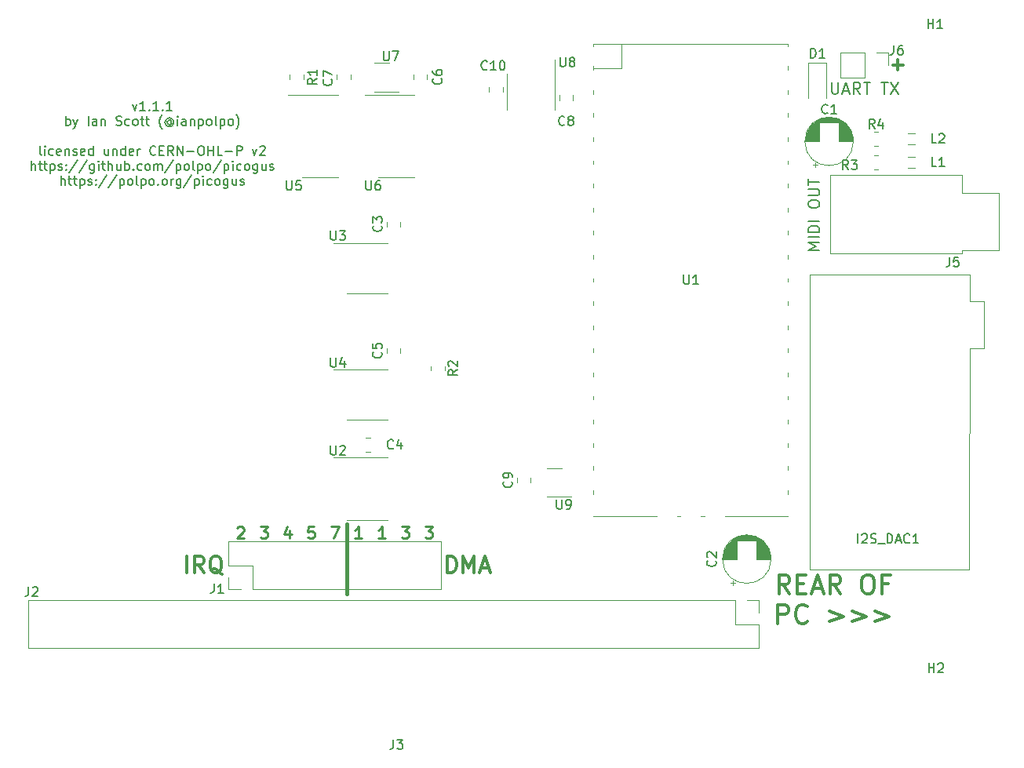
<source format=gbr>
G04 #@! TF.GenerationSoftware,KiCad,Pcbnew,7.0.5-0*
G04 #@! TF.CreationDate,2023-07-02T22:21:17-05:00*
G04 #@! TF.ProjectId,PicoGUS,5069636f-4755-4532-9e6b-696361645f70,rev?*
G04 #@! TF.SameCoordinates,Original*
G04 #@! TF.FileFunction,Legend,Top*
G04 #@! TF.FilePolarity,Positive*
%FSLAX46Y46*%
G04 Gerber Fmt 4.6, Leading zero omitted, Abs format (unit mm)*
G04 Created by KiCad (PCBNEW 7.0.5-0) date 2023-07-02 22:21:17*
%MOMM*%
%LPD*%
G01*
G04 APERTURE LIST*
%ADD10C,0.400000*%
%ADD11C,0.250000*%
%ADD12C,0.300000*%
%ADD13C,0.200000*%
%ADD14C,0.150000*%
%ADD15C,0.330000*%
%ADD16C,0.120000*%
G04 APERTURE END LIST*
D10*
X152082500Y-113982500D02*
X152082500Y-121482500D01*
D11*
X153709642Y-115500273D02*
X152995357Y-115500273D01*
X153352500Y-115500273D02*
X153352500Y-114250273D01*
X153352500Y-114250273D02*
X153233452Y-114428845D01*
X153233452Y-114428845D02*
X153114404Y-114547892D01*
X153114404Y-114547892D02*
X152995357Y-114607416D01*
X140295357Y-114369321D02*
X140354881Y-114309797D01*
X140354881Y-114309797D02*
X140473928Y-114250273D01*
X140473928Y-114250273D02*
X140771547Y-114250273D01*
X140771547Y-114250273D02*
X140890595Y-114309797D01*
X140890595Y-114309797D02*
X140950119Y-114369321D01*
X140950119Y-114369321D02*
X141009642Y-114488369D01*
X141009642Y-114488369D02*
X141009642Y-114607416D01*
X141009642Y-114607416D02*
X140950119Y-114785988D01*
X140950119Y-114785988D02*
X140235833Y-115500273D01*
X140235833Y-115500273D02*
X141009642Y-115500273D01*
D12*
X134867632Y-119226484D02*
X134867632Y-117476484D01*
X136700965Y-119226484D02*
X136117632Y-118393151D01*
X135700965Y-119226484D02*
X135700965Y-117476484D01*
X135700965Y-117476484D02*
X136367632Y-117476484D01*
X136367632Y-117476484D02*
X136534299Y-117559817D01*
X136534299Y-117559817D02*
X136617632Y-117643151D01*
X136617632Y-117643151D02*
X136700965Y-117809817D01*
X136700965Y-117809817D02*
X136700965Y-118059817D01*
X136700965Y-118059817D02*
X136617632Y-118226484D01*
X136617632Y-118226484D02*
X136534299Y-118309817D01*
X136534299Y-118309817D02*
X136367632Y-118393151D01*
X136367632Y-118393151D02*
X135700965Y-118393151D01*
X138617632Y-119393151D02*
X138450965Y-119309817D01*
X138450965Y-119309817D02*
X138284299Y-119143151D01*
X138284299Y-119143151D02*
X138034299Y-118893151D01*
X138034299Y-118893151D02*
X137867632Y-118809817D01*
X137867632Y-118809817D02*
X137700965Y-118809817D01*
X137784299Y-119226484D02*
X137617632Y-119143151D01*
X137617632Y-119143151D02*
X137450965Y-118976484D01*
X137450965Y-118976484D02*
X137367632Y-118643151D01*
X137367632Y-118643151D02*
X137367632Y-118059817D01*
X137367632Y-118059817D02*
X137450965Y-117726484D01*
X137450965Y-117726484D02*
X137617632Y-117559817D01*
X137617632Y-117559817D02*
X137784299Y-117476484D01*
X137784299Y-117476484D02*
X138117632Y-117476484D01*
X138117632Y-117476484D02*
X138284299Y-117559817D01*
X138284299Y-117559817D02*
X138450965Y-117726484D01*
X138450965Y-117726484D02*
X138534299Y-118059817D01*
X138534299Y-118059817D02*
X138534299Y-118643151D01*
X138534299Y-118643151D02*
X138450965Y-118976484D01*
X138450965Y-118976484D02*
X138284299Y-119143151D01*
X138284299Y-119143151D02*
X138117632Y-119226484D01*
X138117632Y-119226484D02*
X137784299Y-119226484D01*
D11*
X148570119Y-114250273D02*
X147974881Y-114250273D01*
X147974881Y-114250273D02*
X147915357Y-114845511D01*
X147915357Y-114845511D02*
X147974881Y-114785988D01*
X147974881Y-114785988D02*
X148093928Y-114726464D01*
X148093928Y-114726464D02*
X148391547Y-114726464D01*
X148391547Y-114726464D02*
X148510595Y-114785988D01*
X148510595Y-114785988D02*
X148570119Y-114845511D01*
X148570119Y-114845511D02*
X148629642Y-114964559D01*
X148629642Y-114964559D02*
X148629642Y-115262178D01*
X148629642Y-115262178D02*
X148570119Y-115381226D01*
X148570119Y-115381226D02*
X148510595Y-115440750D01*
X148510595Y-115440750D02*
X148391547Y-115500273D01*
X148391547Y-115500273D02*
X148093928Y-115500273D01*
X148093928Y-115500273D02*
X147974881Y-115440750D01*
X147974881Y-115440750D02*
X147915357Y-115381226D01*
X160555833Y-114250273D02*
X161329642Y-114250273D01*
X161329642Y-114250273D02*
X160912976Y-114726464D01*
X160912976Y-114726464D02*
X161091547Y-114726464D01*
X161091547Y-114726464D02*
X161210595Y-114785988D01*
X161210595Y-114785988D02*
X161270119Y-114845511D01*
X161270119Y-114845511D02*
X161329642Y-114964559D01*
X161329642Y-114964559D02*
X161329642Y-115262178D01*
X161329642Y-115262178D02*
X161270119Y-115381226D01*
X161270119Y-115381226D02*
X161210595Y-115440750D01*
X161210595Y-115440750D02*
X161091547Y-115500273D01*
X161091547Y-115500273D02*
X160734404Y-115500273D01*
X160734404Y-115500273D02*
X160615357Y-115440750D01*
X160615357Y-115440750D02*
X160555833Y-115381226D01*
X156249642Y-115500273D02*
X155535357Y-115500273D01*
X155892500Y-115500273D02*
X155892500Y-114250273D01*
X155892500Y-114250273D02*
X155773452Y-114428845D01*
X155773452Y-114428845D02*
X155654404Y-114547892D01*
X155654404Y-114547892D02*
X155535357Y-114607416D01*
D12*
X162926534Y-119226484D02*
X162926534Y-117476484D01*
X162926534Y-117476484D02*
X163343201Y-117476484D01*
X163343201Y-117476484D02*
X163593201Y-117559817D01*
X163593201Y-117559817D02*
X163759868Y-117726484D01*
X163759868Y-117726484D02*
X163843201Y-117893151D01*
X163843201Y-117893151D02*
X163926534Y-118226484D01*
X163926534Y-118226484D02*
X163926534Y-118476484D01*
X163926534Y-118476484D02*
X163843201Y-118809817D01*
X163843201Y-118809817D02*
X163759868Y-118976484D01*
X163759868Y-118976484D02*
X163593201Y-119143151D01*
X163593201Y-119143151D02*
X163343201Y-119226484D01*
X163343201Y-119226484D02*
X162926534Y-119226484D01*
X164676534Y-119226484D02*
X164676534Y-117476484D01*
X164676534Y-117476484D02*
X165259868Y-118726484D01*
X165259868Y-118726484D02*
X165843201Y-117476484D01*
X165843201Y-117476484D02*
X165843201Y-119226484D01*
X166593201Y-118726484D02*
X167426534Y-118726484D01*
X166426534Y-119226484D02*
X167009868Y-117476484D01*
X167009868Y-117476484D02*
X167593201Y-119226484D01*
D13*
X204420833Y-66310373D02*
X204420833Y-67322278D01*
X204420833Y-67322278D02*
X204480356Y-67441326D01*
X204480356Y-67441326D02*
X204539880Y-67500850D01*
X204539880Y-67500850D02*
X204658928Y-67560373D01*
X204658928Y-67560373D02*
X204897023Y-67560373D01*
X204897023Y-67560373D02*
X205016071Y-67500850D01*
X205016071Y-67500850D02*
X205075594Y-67441326D01*
X205075594Y-67441326D02*
X205135118Y-67322278D01*
X205135118Y-67322278D02*
X205135118Y-66310373D01*
X205670833Y-67203230D02*
X206266071Y-67203230D01*
X205551785Y-67560373D02*
X205968452Y-66310373D01*
X205968452Y-66310373D02*
X206385118Y-67560373D01*
X207516071Y-67560373D02*
X207099405Y-66965135D01*
X206801786Y-67560373D02*
X206801786Y-66310373D01*
X206801786Y-66310373D02*
X207277976Y-66310373D01*
X207277976Y-66310373D02*
X207397024Y-66369897D01*
X207397024Y-66369897D02*
X207456547Y-66429421D01*
X207456547Y-66429421D02*
X207516071Y-66548469D01*
X207516071Y-66548469D02*
X207516071Y-66727040D01*
X207516071Y-66727040D02*
X207456547Y-66846088D01*
X207456547Y-66846088D02*
X207397024Y-66905611D01*
X207397024Y-66905611D02*
X207277976Y-66965135D01*
X207277976Y-66965135D02*
X206801786Y-66965135D01*
X207873214Y-66310373D02*
X208587500Y-66310373D01*
X208230357Y-67560373D02*
X208230357Y-66310373D01*
X209777976Y-66310373D02*
X210492262Y-66310373D01*
X210135119Y-67560373D02*
X210135119Y-66310373D01*
X210789881Y-66310373D02*
X211623214Y-67560373D01*
X211623214Y-66310373D02*
X210789881Y-67560373D01*
D12*
X211010571Y-64406900D02*
X212153429Y-64406900D01*
X211582000Y-64978328D02*
X211582000Y-63835471D01*
D11*
X145970595Y-114666940D02*
X145970595Y-115500273D01*
X145672976Y-114190750D02*
X145375357Y-115083607D01*
X145375357Y-115083607D02*
X146149166Y-115083607D01*
X142775833Y-114250273D02*
X143549642Y-114250273D01*
X143549642Y-114250273D02*
X143132976Y-114726464D01*
X143132976Y-114726464D02*
X143311547Y-114726464D01*
X143311547Y-114726464D02*
X143430595Y-114785988D01*
X143430595Y-114785988D02*
X143490119Y-114845511D01*
X143490119Y-114845511D02*
X143549642Y-114964559D01*
X143549642Y-114964559D02*
X143549642Y-115262178D01*
X143549642Y-115262178D02*
X143490119Y-115381226D01*
X143490119Y-115381226D02*
X143430595Y-115440750D01*
X143430595Y-115440750D02*
X143311547Y-115500273D01*
X143311547Y-115500273D02*
X142954404Y-115500273D01*
X142954404Y-115500273D02*
X142835357Y-115440750D01*
X142835357Y-115440750D02*
X142775833Y-115381226D01*
X150395833Y-114250273D02*
X151229166Y-114250273D01*
X151229166Y-114250273D02*
X150693452Y-115500273D01*
D14*
X128984643Y-68661152D02*
X129222738Y-69327819D01*
X129222738Y-69327819D02*
X129460833Y-68661152D01*
X130365595Y-69327819D02*
X129794167Y-69327819D01*
X130079881Y-69327819D02*
X130079881Y-68327819D01*
X130079881Y-68327819D02*
X129984643Y-68470676D01*
X129984643Y-68470676D02*
X129889405Y-68565914D01*
X129889405Y-68565914D02*
X129794167Y-68613533D01*
X130794167Y-69232580D02*
X130841786Y-69280200D01*
X130841786Y-69280200D02*
X130794167Y-69327819D01*
X130794167Y-69327819D02*
X130746548Y-69280200D01*
X130746548Y-69280200D02*
X130794167Y-69232580D01*
X130794167Y-69232580D02*
X130794167Y-69327819D01*
X131794166Y-69327819D02*
X131222738Y-69327819D01*
X131508452Y-69327819D02*
X131508452Y-68327819D01*
X131508452Y-68327819D02*
X131413214Y-68470676D01*
X131413214Y-68470676D02*
X131317976Y-68565914D01*
X131317976Y-68565914D02*
X131222738Y-68613533D01*
X132222738Y-69232580D02*
X132270357Y-69280200D01*
X132270357Y-69280200D02*
X132222738Y-69327819D01*
X132222738Y-69327819D02*
X132175119Y-69280200D01*
X132175119Y-69280200D02*
X132222738Y-69232580D01*
X132222738Y-69232580D02*
X132222738Y-69327819D01*
X133222737Y-69327819D02*
X132651309Y-69327819D01*
X132937023Y-69327819D02*
X132937023Y-68327819D01*
X132937023Y-68327819D02*
X132841785Y-68470676D01*
X132841785Y-68470676D02*
X132746547Y-68565914D01*
X132746547Y-68565914D02*
X132651309Y-68613533D01*
X121794165Y-70937819D02*
X121794165Y-69937819D01*
X121794165Y-70318771D02*
X121889403Y-70271152D01*
X121889403Y-70271152D02*
X122079879Y-70271152D01*
X122079879Y-70271152D02*
X122175117Y-70318771D01*
X122175117Y-70318771D02*
X122222736Y-70366390D01*
X122222736Y-70366390D02*
X122270355Y-70461628D01*
X122270355Y-70461628D02*
X122270355Y-70747342D01*
X122270355Y-70747342D02*
X122222736Y-70842580D01*
X122222736Y-70842580D02*
X122175117Y-70890200D01*
X122175117Y-70890200D02*
X122079879Y-70937819D01*
X122079879Y-70937819D02*
X121889403Y-70937819D01*
X121889403Y-70937819D02*
X121794165Y-70890200D01*
X122603689Y-70271152D02*
X122841784Y-70937819D01*
X123079879Y-70271152D02*
X122841784Y-70937819D01*
X122841784Y-70937819D02*
X122746546Y-71175914D01*
X122746546Y-71175914D02*
X122698927Y-71223533D01*
X122698927Y-71223533D02*
X122603689Y-71271152D01*
X124222737Y-70937819D02*
X124222737Y-69937819D01*
X125127498Y-70937819D02*
X125127498Y-70414009D01*
X125127498Y-70414009D02*
X125079879Y-70318771D01*
X125079879Y-70318771D02*
X124984641Y-70271152D01*
X124984641Y-70271152D02*
X124794165Y-70271152D01*
X124794165Y-70271152D02*
X124698927Y-70318771D01*
X125127498Y-70890200D02*
X125032260Y-70937819D01*
X125032260Y-70937819D02*
X124794165Y-70937819D01*
X124794165Y-70937819D02*
X124698927Y-70890200D01*
X124698927Y-70890200D02*
X124651308Y-70794961D01*
X124651308Y-70794961D02*
X124651308Y-70699723D01*
X124651308Y-70699723D02*
X124698927Y-70604485D01*
X124698927Y-70604485D02*
X124794165Y-70556866D01*
X124794165Y-70556866D02*
X125032260Y-70556866D01*
X125032260Y-70556866D02*
X125127498Y-70509247D01*
X125603689Y-70271152D02*
X125603689Y-70937819D01*
X125603689Y-70366390D02*
X125651308Y-70318771D01*
X125651308Y-70318771D02*
X125746546Y-70271152D01*
X125746546Y-70271152D02*
X125889403Y-70271152D01*
X125889403Y-70271152D02*
X125984641Y-70318771D01*
X125984641Y-70318771D02*
X126032260Y-70414009D01*
X126032260Y-70414009D02*
X126032260Y-70937819D01*
X127222737Y-70890200D02*
X127365594Y-70937819D01*
X127365594Y-70937819D02*
X127603689Y-70937819D01*
X127603689Y-70937819D02*
X127698927Y-70890200D01*
X127698927Y-70890200D02*
X127746546Y-70842580D01*
X127746546Y-70842580D02*
X127794165Y-70747342D01*
X127794165Y-70747342D02*
X127794165Y-70652104D01*
X127794165Y-70652104D02*
X127746546Y-70556866D01*
X127746546Y-70556866D02*
X127698927Y-70509247D01*
X127698927Y-70509247D02*
X127603689Y-70461628D01*
X127603689Y-70461628D02*
X127413213Y-70414009D01*
X127413213Y-70414009D02*
X127317975Y-70366390D01*
X127317975Y-70366390D02*
X127270356Y-70318771D01*
X127270356Y-70318771D02*
X127222737Y-70223533D01*
X127222737Y-70223533D02*
X127222737Y-70128295D01*
X127222737Y-70128295D02*
X127270356Y-70033057D01*
X127270356Y-70033057D02*
X127317975Y-69985438D01*
X127317975Y-69985438D02*
X127413213Y-69937819D01*
X127413213Y-69937819D02*
X127651308Y-69937819D01*
X127651308Y-69937819D02*
X127794165Y-69985438D01*
X128651308Y-70890200D02*
X128556070Y-70937819D01*
X128556070Y-70937819D02*
X128365594Y-70937819D01*
X128365594Y-70937819D02*
X128270356Y-70890200D01*
X128270356Y-70890200D02*
X128222737Y-70842580D01*
X128222737Y-70842580D02*
X128175118Y-70747342D01*
X128175118Y-70747342D02*
X128175118Y-70461628D01*
X128175118Y-70461628D02*
X128222737Y-70366390D01*
X128222737Y-70366390D02*
X128270356Y-70318771D01*
X128270356Y-70318771D02*
X128365594Y-70271152D01*
X128365594Y-70271152D02*
X128556070Y-70271152D01*
X128556070Y-70271152D02*
X128651308Y-70318771D01*
X129222737Y-70937819D02*
X129127499Y-70890200D01*
X129127499Y-70890200D02*
X129079880Y-70842580D01*
X129079880Y-70842580D02*
X129032261Y-70747342D01*
X129032261Y-70747342D02*
X129032261Y-70461628D01*
X129032261Y-70461628D02*
X129079880Y-70366390D01*
X129079880Y-70366390D02*
X129127499Y-70318771D01*
X129127499Y-70318771D02*
X129222737Y-70271152D01*
X129222737Y-70271152D02*
X129365594Y-70271152D01*
X129365594Y-70271152D02*
X129460832Y-70318771D01*
X129460832Y-70318771D02*
X129508451Y-70366390D01*
X129508451Y-70366390D02*
X129556070Y-70461628D01*
X129556070Y-70461628D02*
X129556070Y-70747342D01*
X129556070Y-70747342D02*
X129508451Y-70842580D01*
X129508451Y-70842580D02*
X129460832Y-70890200D01*
X129460832Y-70890200D02*
X129365594Y-70937819D01*
X129365594Y-70937819D02*
X129222737Y-70937819D01*
X129841785Y-70271152D02*
X130222737Y-70271152D01*
X129984642Y-69937819D02*
X129984642Y-70794961D01*
X129984642Y-70794961D02*
X130032261Y-70890200D01*
X130032261Y-70890200D02*
X130127499Y-70937819D01*
X130127499Y-70937819D02*
X130222737Y-70937819D01*
X130413214Y-70271152D02*
X130794166Y-70271152D01*
X130556071Y-69937819D02*
X130556071Y-70794961D01*
X130556071Y-70794961D02*
X130603690Y-70890200D01*
X130603690Y-70890200D02*
X130698928Y-70937819D01*
X130698928Y-70937819D02*
X130794166Y-70937819D01*
X132175119Y-71318771D02*
X132127500Y-71271152D01*
X132127500Y-71271152D02*
X132032262Y-71128295D01*
X132032262Y-71128295D02*
X131984643Y-71033057D01*
X131984643Y-71033057D02*
X131937024Y-70890200D01*
X131937024Y-70890200D02*
X131889405Y-70652104D01*
X131889405Y-70652104D02*
X131889405Y-70461628D01*
X131889405Y-70461628D02*
X131937024Y-70223533D01*
X131937024Y-70223533D02*
X131984643Y-70080676D01*
X131984643Y-70080676D02*
X132032262Y-69985438D01*
X132032262Y-69985438D02*
X132127500Y-69842580D01*
X132127500Y-69842580D02*
X132175119Y-69794961D01*
X133175119Y-70461628D02*
X133127500Y-70414009D01*
X133127500Y-70414009D02*
X133032262Y-70366390D01*
X133032262Y-70366390D02*
X132937024Y-70366390D01*
X132937024Y-70366390D02*
X132841786Y-70414009D01*
X132841786Y-70414009D02*
X132794167Y-70461628D01*
X132794167Y-70461628D02*
X132746548Y-70556866D01*
X132746548Y-70556866D02*
X132746548Y-70652104D01*
X132746548Y-70652104D02*
X132794167Y-70747342D01*
X132794167Y-70747342D02*
X132841786Y-70794961D01*
X132841786Y-70794961D02*
X132937024Y-70842580D01*
X132937024Y-70842580D02*
X133032262Y-70842580D01*
X133032262Y-70842580D02*
X133127500Y-70794961D01*
X133127500Y-70794961D02*
X133175119Y-70747342D01*
X133175119Y-70366390D02*
X133175119Y-70747342D01*
X133175119Y-70747342D02*
X133222738Y-70794961D01*
X133222738Y-70794961D02*
X133270357Y-70794961D01*
X133270357Y-70794961D02*
X133365596Y-70747342D01*
X133365596Y-70747342D02*
X133413215Y-70652104D01*
X133413215Y-70652104D02*
X133413215Y-70414009D01*
X133413215Y-70414009D02*
X133317977Y-70271152D01*
X133317977Y-70271152D02*
X133175119Y-70175914D01*
X133175119Y-70175914D02*
X132984643Y-70128295D01*
X132984643Y-70128295D02*
X132794167Y-70175914D01*
X132794167Y-70175914D02*
X132651310Y-70271152D01*
X132651310Y-70271152D02*
X132556072Y-70414009D01*
X132556072Y-70414009D02*
X132508453Y-70604485D01*
X132508453Y-70604485D02*
X132556072Y-70794961D01*
X132556072Y-70794961D02*
X132651310Y-70937819D01*
X132651310Y-70937819D02*
X132794167Y-71033057D01*
X132794167Y-71033057D02*
X132984643Y-71080676D01*
X132984643Y-71080676D02*
X133175119Y-71033057D01*
X133175119Y-71033057D02*
X133317977Y-70937819D01*
X133841786Y-70937819D02*
X133841786Y-70271152D01*
X133841786Y-69937819D02*
X133794167Y-69985438D01*
X133794167Y-69985438D02*
X133841786Y-70033057D01*
X133841786Y-70033057D02*
X133889405Y-69985438D01*
X133889405Y-69985438D02*
X133841786Y-69937819D01*
X133841786Y-69937819D02*
X133841786Y-70033057D01*
X134746547Y-70937819D02*
X134746547Y-70414009D01*
X134746547Y-70414009D02*
X134698928Y-70318771D01*
X134698928Y-70318771D02*
X134603690Y-70271152D01*
X134603690Y-70271152D02*
X134413214Y-70271152D01*
X134413214Y-70271152D02*
X134317976Y-70318771D01*
X134746547Y-70890200D02*
X134651309Y-70937819D01*
X134651309Y-70937819D02*
X134413214Y-70937819D01*
X134413214Y-70937819D02*
X134317976Y-70890200D01*
X134317976Y-70890200D02*
X134270357Y-70794961D01*
X134270357Y-70794961D02*
X134270357Y-70699723D01*
X134270357Y-70699723D02*
X134317976Y-70604485D01*
X134317976Y-70604485D02*
X134413214Y-70556866D01*
X134413214Y-70556866D02*
X134651309Y-70556866D01*
X134651309Y-70556866D02*
X134746547Y-70509247D01*
X135222738Y-70271152D02*
X135222738Y-70937819D01*
X135222738Y-70366390D02*
X135270357Y-70318771D01*
X135270357Y-70318771D02*
X135365595Y-70271152D01*
X135365595Y-70271152D02*
X135508452Y-70271152D01*
X135508452Y-70271152D02*
X135603690Y-70318771D01*
X135603690Y-70318771D02*
X135651309Y-70414009D01*
X135651309Y-70414009D02*
X135651309Y-70937819D01*
X136127500Y-70271152D02*
X136127500Y-71271152D01*
X136127500Y-70318771D02*
X136222738Y-70271152D01*
X136222738Y-70271152D02*
X136413214Y-70271152D01*
X136413214Y-70271152D02*
X136508452Y-70318771D01*
X136508452Y-70318771D02*
X136556071Y-70366390D01*
X136556071Y-70366390D02*
X136603690Y-70461628D01*
X136603690Y-70461628D02*
X136603690Y-70747342D01*
X136603690Y-70747342D02*
X136556071Y-70842580D01*
X136556071Y-70842580D02*
X136508452Y-70890200D01*
X136508452Y-70890200D02*
X136413214Y-70937819D01*
X136413214Y-70937819D02*
X136222738Y-70937819D01*
X136222738Y-70937819D02*
X136127500Y-70890200D01*
X137175119Y-70937819D02*
X137079881Y-70890200D01*
X137079881Y-70890200D02*
X137032262Y-70842580D01*
X137032262Y-70842580D02*
X136984643Y-70747342D01*
X136984643Y-70747342D02*
X136984643Y-70461628D01*
X136984643Y-70461628D02*
X137032262Y-70366390D01*
X137032262Y-70366390D02*
X137079881Y-70318771D01*
X137079881Y-70318771D02*
X137175119Y-70271152D01*
X137175119Y-70271152D02*
X137317976Y-70271152D01*
X137317976Y-70271152D02*
X137413214Y-70318771D01*
X137413214Y-70318771D02*
X137460833Y-70366390D01*
X137460833Y-70366390D02*
X137508452Y-70461628D01*
X137508452Y-70461628D02*
X137508452Y-70747342D01*
X137508452Y-70747342D02*
X137460833Y-70842580D01*
X137460833Y-70842580D02*
X137413214Y-70890200D01*
X137413214Y-70890200D02*
X137317976Y-70937819D01*
X137317976Y-70937819D02*
X137175119Y-70937819D01*
X138079881Y-70937819D02*
X137984643Y-70890200D01*
X137984643Y-70890200D02*
X137937024Y-70794961D01*
X137937024Y-70794961D02*
X137937024Y-69937819D01*
X138460834Y-70271152D02*
X138460834Y-71271152D01*
X138460834Y-70318771D02*
X138556072Y-70271152D01*
X138556072Y-70271152D02*
X138746548Y-70271152D01*
X138746548Y-70271152D02*
X138841786Y-70318771D01*
X138841786Y-70318771D02*
X138889405Y-70366390D01*
X138889405Y-70366390D02*
X138937024Y-70461628D01*
X138937024Y-70461628D02*
X138937024Y-70747342D01*
X138937024Y-70747342D02*
X138889405Y-70842580D01*
X138889405Y-70842580D02*
X138841786Y-70890200D01*
X138841786Y-70890200D02*
X138746548Y-70937819D01*
X138746548Y-70937819D02*
X138556072Y-70937819D01*
X138556072Y-70937819D02*
X138460834Y-70890200D01*
X139508453Y-70937819D02*
X139413215Y-70890200D01*
X139413215Y-70890200D02*
X139365596Y-70842580D01*
X139365596Y-70842580D02*
X139317977Y-70747342D01*
X139317977Y-70747342D02*
X139317977Y-70461628D01*
X139317977Y-70461628D02*
X139365596Y-70366390D01*
X139365596Y-70366390D02*
X139413215Y-70318771D01*
X139413215Y-70318771D02*
X139508453Y-70271152D01*
X139508453Y-70271152D02*
X139651310Y-70271152D01*
X139651310Y-70271152D02*
X139746548Y-70318771D01*
X139746548Y-70318771D02*
X139794167Y-70366390D01*
X139794167Y-70366390D02*
X139841786Y-70461628D01*
X139841786Y-70461628D02*
X139841786Y-70747342D01*
X139841786Y-70747342D02*
X139794167Y-70842580D01*
X139794167Y-70842580D02*
X139746548Y-70890200D01*
X139746548Y-70890200D02*
X139651310Y-70937819D01*
X139651310Y-70937819D02*
X139508453Y-70937819D01*
X140175120Y-71318771D02*
X140222739Y-71271152D01*
X140222739Y-71271152D02*
X140317977Y-71128295D01*
X140317977Y-71128295D02*
X140365596Y-71033057D01*
X140365596Y-71033057D02*
X140413215Y-70890200D01*
X140413215Y-70890200D02*
X140460834Y-70652104D01*
X140460834Y-70652104D02*
X140460834Y-70461628D01*
X140460834Y-70461628D02*
X140413215Y-70223533D01*
X140413215Y-70223533D02*
X140365596Y-70080676D01*
X140365596Y-70080676D02*
X140317977Y-69985438D01*
X140317977Y-69985438D02*
X140222739Y-69842580D01*
X140222739Y-69842580D02*
X140175120Y-69794961D01*
X119151308Y-74157819D02*
X119056070Y-74110200D01*
X119056070Y-74110200D02*
X119008451Y-74014961D01*
X119008451Y-74014961D02*
X119008451Y-73157819D01*
X119532261Y-74157819D02*
X119532261Y-73491152D01*
X119532261Y-73157819D02*
X119484642Y-73205438D01*
X119484642Y-73205438D02*
X119532261Y-73253057D01*
X119532261Y-73253057D02*
X119579880Y-73205438D01*
X119579880Y-73205438D02*
X119532261Y-73157819D01*
X119532261Y-73157819D02*
X119532261Y-73253057D01*
X120437022Y-74110200D02*
X120341784Y-74157819D01*
X120341784Y-74157819D02*
X120151308Y-74157819D01*
X120151308Y-74157819D02*
X120056070Y-74110200D01*
X120056070Y-74110200D02*
X120008451Y-74062580D01*
X120008451Y-74062580D02*
X119960832Y-73967342D01*
X119960832Y-73967342D02*
X119960832Y-73681628D01*
X119960832Y-73681628D02*
X120008451Y-73586390D01*
X120008451Y-73586390D02*
X120056070Y-73538771D01*
X120056070Y-73538771D02*
X120151308Y-73491152D01*
X120151308Y-73491152D02*
X120341784Y-73491152D01*
X120341784Y-73491152D02*
X120437022Y-73538771D01*
X121246546Y-74110200D02*
X121151308Y-74157819D01*
X121151308Y-74157819D02*
X120960832Y-74157819D01*
X120960832Y-74157819D02*
X120865594Y-74110200D01*
X120865594Y-74110200D02*
X120817975Y-74014961D01*
X120817975Y-74014961D02*
X120817975Y-73634009D01*
X120817975Y-73634009D02*
X120865594Y-73538771D01*
X120865594Y-73538771D02*
X120960832Y-73491152D01*
X120960832Y-73491152D02*
X121151308Y-73491152D01*
X121151308Y-73491152D02*
X121246546Y-73538771D01*
X121246546Y-73538771D02*
X121294165Y-73634009D01*
X121294165Y-73634009D02*
X121294165Y-73729247D01*
X121294165Y-73729247D02*
X120817975Y-73824485D01*
X121722737Y-73491152D02*
X121722737Y-74157819D01*
X121722737Y-73586390D02*
X121770356Y-73538771D01*
X121770356Y-73538771D02*
X121865594Y-73491152D01*
X121865594Y-73491152D02*
X122008451Y-73491152D01*
X122008451Y-73491152D02*
X122103689Y-73538771D01*
X122103689Y-73538771D02*
X122151308Y-73634009D01*
X122151308Y-73634009D02*
X122151308Y-74157819D01*
X122579880Y-74110200D02*
X122675118Y-74157819D01*
X122675118Y-74157819D02*
X122865594Y-74157819D01*
X122865594Y-74157819D02*
X122960832Y-74110200D01*
X122960832Y-74110200D02*
X123008451Y-74014961D01*
X123008451Y-74014961D02*
X123008451Y-73967342D01*
X123008451Y-73967342D02*
X122960832Y-73872104D01*
X122960832Y-73872104D02*
X122865594Y-73824485D01*
X122865594Y-73824485D02*
X122722737Y-73824485D01*
X122722737Y-73824485D02*
X122627499Y-73776866D01*
X122627499Y-73776866D02*
X122579880Y-73681628D01*
X122579880Y-73681628D02*
X122579880Y-73634009D01*
X122579880Y-73634009D02*
X122627499Y-73538771D01*
X122627499Y-73538771D02*
X122722737Y-73491152D01*
X122722737Y-73491152D02*
X122865594Y-73491152D01*
X122865594Y-73491152D02*
X122960832Y-73538771D01*
X123817975Y-74110200D02*
X123722737Y-74157819D01*
X123722737Y-74157819D02*
X123532261Y-74157819D01*
X123532261Y-74157819D02*
X123437023Y-74110200D01*
X123437023Y-74110200D02*
X123389404Y-74014961D01*
X123389404Y-74014961D02*
X123389404Y-73634009D01*
X123389404Y-73634009D02*
X123437023Y-73538771D01*
X123437023Y-73538771D02*
X123532261Y-73491152D01*
X123532261Y-73491152D02*
X123722737Y-73491152D01*
X123722737Y-73491152D02*
X123817975Y-73538771D01*
X123817975Y-73538771D02*
X123865594Y-73634009D01*
X123865594Y-73634009D02*
X123865594Y-73729247D01*
X123865594Y-73729247D02*
X123389404Y-73824485D01*
X124722737Y-74157819D02*
X124722737Y-73157819D01*
X124722737Y-74110200D02*
X124627499Y-74157819D01*
X124627499Y-74157819D02*
X124437023Y-74157819D01*
X124437023Y-74157819D02*
X124341785Y-74110200D01*
X124341785Y-74110200D02*
X124294166Y-74062580D01*
X124294166Y-74062580D02*
X124246547Y-73967342D01*
X124246547Y-73967342D02*
X124246547Y-73681628D01*
X124246547Y-73681628D02*
X124294166Y-73586390D01*
X124294166Y-73586390D02*
X124341785Y-73538771D01*
X124341785Y-73538771D02*
X124437023Y-73491152D01*
X124437023Y-73491152D02*
X124627499Y-73491152D01*
X124627499Y-73491152D02*
X124722737Y-73538771D01*
X126389404Y-73491152D02*
X126389404Y-74157819D01*
X125960833Y-73491152D02*
X125960833Y-74014961D01*
X125960833Y-74014961D02*
X126008452Y-74110200D01*
X126008452Y-74110200D02*
X126103690Y-74157819D01*
X126103690Y-74157819D02*
X126246547Y-74157819D01*
X126246547Y-74157819D02*
X126341785Y-74110200D01*
X126341785Y-74110200D02*
X126389404Y-74062580D01*
X126865595Y-73491152D02*
X126865595Y-74157819D01*
X126865595Y-73586390D02*
X126913214Y-73538771D01*
X126913214Y-73538771D02*
X127008452Y-73491152D01*
X127008452Y-73491152D02*
X127151309Y-73491152D01*
X127151309Y-73491152D02*
X127246547Y-73538771D01*
X127246547Y-73538771D02*
X127294166Y-73634009D01*
X127294166Y-73634009D02*
X127294166Y-74157819D01*
X128198928Y-74157819D02*
X128198928Y-73157819D01*
X128198928Y-74110200D02*
X128103690Y-74157819D01*
X128103690Y-74157819D02*
X127913214Y-74157819D01*
X127913214Y-74157819D02*
X127817976Y-74110200D01*
X127817976Y-74110200D02*
X127770357Y-74062580D01*
X127770357Y-74062580D02*
X127722738Y-73967342D01*
X127722738Y-73967342D02*
X127722738Y-73681628D01*
X127722738Y-73681628D02*
X127770357Y-73586390D01*
X127770357Y-73586390D02*
X127817976Y-73538771D01*
X127817976Y-73538771D02*
X127913214Y-73491152D01*
X127913214Y-73491152D02*
X128103690Y-73491152D01*
X128103690Y-73491152D02*
X128198928Y-73538771D01*
X129056071Y-74110200D02*
X128960833Y-74157819D01*
X128960833Y-74157819D02*
X128770357Y-74157819D01*
X128770357Y-74157819D02*
X128675119Y-74110200D01*
X128675119Y-74110200D02*
X128627500Y-74014961D01*
X128627500Y-74014961D02*
X128627500Y-73634009D01*
X128627500Y-73634009D02*
X128675119Y-73538771D01*
X128675119Y-73538771D02*
X128770357Y-73491152D01*
X128770357Y-73491152D02*
X128960833Y-73491152D01*
X128960833Y-73491152D02*
X129056071Y-73538771D01*
X129056071Y-73538771D02*
X129103690Y-73634009D01*
X129103690Y-73634009D02*
X129103690Y-73729247D01*
X129103690Y-73729247D02*
X128627500Y-73824485D01*
X129532262Y-74157819D02*
X129532262Y-73491152D01*
X129532262Y-73681628D02*
X129579881Y-73586390D01*
X129579881Y-73586390D02*
X129627500Y-73538771D01*
X129627500Y-73538771D02*
X129722738Y-73491152D01*
X129722738Y-73491152D02*
X129817976Y-73491152D01*
X131484643Y-74062580D02*
X131437024Y-74110200D01*
X131437024Y-74110200D02*
X131294167Y-74157819D01*
X131294167Y-74157819D02*
X131198929Y-74157819D01*
X131198929Y-74157819D02*
X131056072Y-74110200D01*
X131056072Y-74110200D02*
X130960834Y-74014961D01*
X130960834Y-74014961D02*
X130913215Y-73919723D01*
X130913215Y-73919723D02*
X130865596Y-73729247D01*
X130865596Y-73729247D02*
X130865596Y-73586390D01*
X130865596Y-73586390D02*
X130913215Y-73395914D01*
X130913215Y-73395914D02*
X130960834Y-73300676D01*
X130960834Y-73300676D02*
X131056072Y-73205438D01*
X131056072Y-73205438D02*
X131198929Y-73157819D01*
X131198929Y-73157819D02*
X131294167Y-73157819D01*
X131294167Y-73157819D02*
X131437024Y-73205438D01*
X131437024Y-73205438D02*
X131484643Y-73253057D01*
X131913215Y-73634009D02*
X132246548Y-73634009D01*
X132389405Y-74157819D02*
X131913215Y-74157819D01*
X131913215Y-74157819D02*
X131913215Y-73157819D01*
X131913215Y-73157819D02*
X132389405Y-73157819D01*
X133389405Y-74157819D02*
X133056072Y-73681628D01*
X132817977Y-74157819D02*
X132817977Y-73157819D01*
X132817977Y-73157819D02*
X133198929Y-73157819D01*
X133198929Y-73157819D02*
X133294167Y-73205438D01*
X133294167Y-73205438D02*
X133341786Y-73253057D01*
X133341786Y-73253057D02*
X133389405Y-73348295D01*
X133389405Y-73348295D02*
X133389405Y-73491152D01*
X133389405Y-73491152D02*
X133341786Y-73586390D01*
X133341786Y-73586390D02*
X133294167Y-73634009D01*
X133294167Y-73634009D02*
X133198929Y-73681628D01*
X133198929Y-73681628D02*
X132817977Y-73681628D01*
X133817977Y-74157819D02*
X133817977Y-73157819D01*
X133817977Y-73157819D02*
X134389405Y-74157819D01*
X134389405Y-74157819D02*
X134389405Y-73157819D01*
X134865596Y-73776866D02*
X135627501Y-73776866D01*
X136294167Y-73157819D02*
X136484643Y-73157819D01*
X136484643Y-73157819D02*
X136579881Y-73205438D01*
X136579881Y-73205438D02*
X136675119Y-73300676D01*
X136675119Y-73300676D02*
X136722738Y-73491152D01*
X136722738Y-73491152D02*
X136722738Y-73824485D01*
X136722738Y-73824485D02*
X136675119Y-74014961D01*
X136675119Y-74014961D02*
X136579881Y-74110200D01*
X136579881Y-74110200D02*
X136484643Y-74157819D01*
X136484643Y-74157819D02*
X136294167Y-74157819D01*
X136294167Y-74157819D02*
X136198929Y-74110200D01*
X136198929Y-74110200D02*
X136103691Y-74014961D01*
X136103691Y-74014961D02*
X136056072Y-73824485D01*
X136056072Y-73824485D02*
X136056072Y-73491152D01*
X136056072Y-73491152D02*
X136103691Y-73300676D01*
X136103691Y-73300676D02*
X136198929Y-73205438D01*
X136198929Y-73205438D02*
X136294167Y-73157819D01*
X137151310Y-74157819D02*
X137151310Y-73157819D01*
X137151310Y-73634009D02*
X137722738Y-73634009D01*
X137722738Y-74157819D02*
X137722738Y-73157819D01*
X138675119Y-74157819D02*
X138198929Y-74157819D01*
X138198929Y-74157819D02*
X138198929Y-73157819D01*
X139008453Y-73776866D02*
X139770358Y-73776866D01*
X140246548Y-74157819D02*
X140246548Y-73157819D01*
X140246548Y-73157819D02*
X140627500Y-73157819D01*
X140627500Y-73157819D02*
X140722738Y-73205438D01*
X140722738Y-73205438D02*
X140770357Y-73253057D01*
X140770357Y-73253057D02*
X140817976Y-73348295D01*
X140817976Y-73348295D02*
X140817976Y-73491152D01*
X140817976Y-73491152D02*
X140770357Y-73586390D01*
X140770357Y-73586390D02*
X140722738Y-73634009D01*
X140722738Y-73634009D02*
X140627500Y-73681628D01*
X140627500Y-73681628D02*
X140246548Y-73681628D01*
X141913215Y-73491152D02*
X142151310Y-74157819D01*
X142151310Y-74157819D02*
X142389405Y-73491152D01*
X142722739Y-73253057D02*
X142770358Y-73205438D01*
X142770358Y-73205438D02*
X142865596Y-73157819D01*
X142865596Y-73157819D02*
X143103691Y-73157819D01*
X143103691Y-73157819D02*
X143198929Y-73205438D01*
X143198929Y-73205438D02*
X143246548Y-73253057D01*
X143246548Y-73253057D02*
X143294167Y-73348295D01*
X143294167Y-73348295D02*
X143294167Y-73443533D01*
X143294167Y-73443533D02*
X143246548Y-73586390D01*
X143246548Y-73586390D02*
X142675120Y-74157819D01*
X142675120Y-74157819D02*
X143294167Y-74157819D01*
X118079880Y-75767819D02*
X118079880Y-74767819D01*
X118508451Y-75767819D02*
X118508451Y-75244009D01*
X118508451Y-75244009D02*
X118460832Y-75148771D01*
X118460832Y-75148771D02*
X118365594Y-75101152D01*
X118365594Y-75101152D02*
X118222737Y-75101152D01*
X118222737Y-75101152D02*
X118127499Y-75148771D01*
X118127499Y-75148771D02*
X118079880Y-75196390D01*
X118841785Y-75101152D02*
X119222737Y-75101152D01*
X118984642Y-74767819D02*
X118984642Y-75624961D01*
X118984642Y-75624961D02*
X119032261Y-75720200D01*
X119032261Y-75720200D02*
X119127499Y-75767819D01*
X119127499Y-75767819D02*
X119222737Y-75767819D01*
X119413214Y-75101152D02*
X119794166Y-75101152D01*
X119556071Y-74767819D02*
X119556071Y-75624961D01*
X119556071Y-75624961D02*
X119603690Y-75720200D01*
X119603690Y-75720200D02*
X119698928Y-75767819D01*
X119698928Y-75767819D02*
X119794166Y-75767819D01*
X120127500Y-75101152D02*
X120127500Y-76101152D01*
X120127500Y-75148771D02*
X120222738Y-75101152D01*
X120222738Y-75101152D02*
X120413214Y-75101152D01*
X120413214Y-75101152D02*
X120508452Y-75148771D01*
X120508452Y-75148771D02*
X120556071Y-75196390D01*
X120556071Y-75196390D02*
X120603690Y-75291628D01*
X120603690Y-75291628D02*
X120603690Y-75577342D01*
X120603690Y-75577342D02*
X120556071Y-75672580D01*
X120556071Y-75672580D02*
X120508452Y-75720200D01*
X120508452Y-75720200D02*
X120413214Y-75767819D01*
X120413214Y-75767819D02*
X120222738Y-75767819D01*
X120222738Y-75767819D02*
X120127500Y-75720200D01*
X120984643Y-75720200D02*
X121079881Y-75767819D01*
X121079881Y-75767819D02*
X121270357Y-75767819D01*
X121270357Y-75767819D02*
X121365595Y-75720200D01*
X121365595Y-75720200D02*
X121413214Y-75624961D01*
X121413214Y-75624961D02*
X121413214Y-75577342D01*
X121413214Y-75577342D02*
X121365595Y-75482104D01*
X121365595Y-75482104D02*
X121270357Y-75434485D01*
X121270357Y-75434485D02*
X121127500Y-75434485D01*
X121127500Y-75434485D02*
X121032262Y-75386866D01*
X121032262Y-75386866D02*
X120984643Y-75291628D01*
X120984643Y-75291628D02*
X120984643Y-75244009D01*
X120984643Y-75244009D02*
X121032262Y-75148771D01*
X121032262Y-75148771D02*
X121127500Y-75101152D01*
X121127500Y-75101152D02*
X121270357Y-75101152D01*
X121270357Y-75101152D02*
X121365595Y-75148771D01*
X121841786Y-75672580D02*
X121889405Y-75720200D01*
X121889405Y-75720200D02*
X121841786Y-75767819D01*
X121841786Y-75767819D02*
X121794167Y-75720200D01*
X121794167Y-75720200D02*
X121841786Y-75672580D01*
X121841786Y-75672580D02*
X121841786Y-75767819D01*
X121841786Y-75148771D02*
X121889405Y-75196390D01*
X121889405Y-75196390D02*
X121841786Y-75244009D01*
X121841786Y-75244009D02*
X121794167Y-75196390D01*
X121794167Y-75196390D02*
X121841786Y-75148771D01*
X121841786Y-75148771D02*
X121841786Y-75244009D01*
X123032261Y-74720200D02*
X122175119Y-76005914D01*
X124079880Y-74720200D02*
X123222738Y-76005914D01*
X124841785Y-75101152D02*
X124841785Y-75910676D01*
X124841785Y-75910676D02*
X124794166Y-76005914D01*
X124794166Y-76005914D02*
X124746547Y-76053533D01*
X124746547Y-76053533D02*
X124651309Y-76101152D01*
X124651309Y-76101152D02*
X124508452Y-76101152D01*
X124508452Y-76101152D02*
X124413214Y-76053533D01*
X124841785Y-75720200D02*
X124746547Y-75767819D01*
X124746547Y-75767819D02*
X124556071Y-75767819D01*
X124556071Y-75767819D02*
X124460833Y-75720200D01*
X124460833Y-75720200D02*
X124413214Y-75672580D01*
X124413214Y-75672580D02*
X124365595Y-75577342D01*
X124365595Y-75577342D02*
X124365595Y-75291628D01*
X124365595Y-75291628D02*
X124413214Y-75196390D01*
X124413214Y-75196390D02*
X124460833Y-75148771D01*
X124460833Y-75148771D02*
X124556071Y-75101152D01*
X124556071Y-75101152D02*
X124746547Y-75101152D01*
X124746547Y-75101152D02*
X124841785Y-75148771D01*
X125317976Y-75767819D02*
X125317976Y-75101152D01*
X125317976Y-74767819D02*
X125270357Y-74815438D01*
X125270357Y-74815438D02*
X125317976Y-74863057D01*
X125317976Y-74863057D02*
X125365595Y-74815438D01*
X125365595Y-74815438D02*
X125317976Y-74767819D01*
X125317976Y-74767819D02*
X125317976Y-74863057D01*
X125651309Y-75101152D02*
X126032261Y-75101152D01*
X125794166Y-74767819D02*
X125794166Y-75624961D01*
X125794166Y-75624961D02*
X125841785Y-75720200D01*
X125841785Y-75720200D02*
X125937023Y-75767819D01*
X125937023Y-75767819D02*
X126032261Y-75767819D01*
X126365595Y-75767819D02*
X126365595Y-74767819D01*
X126794166Y-75767819D02*
X126794166Y-75244009D01*
X126794166Y-75244009D02*
X126746547Y-75148771D01*
X126746547Y-75148771D02*
X126651309Y-75101152D01*
X126651309Y-75101152D02*
X126508452Y-75101152D01*
X126508452Y-75101152D02*
X126413214Y-75148771D01*
X126413214Y-75148771D02*
X126365595Y-75196390D01*
X127698928Y-75101152D02*
X127698928Y-75767819D01*
X127270357Y-75101152D02*
X127270357Y-75624961D01*
X127270357Y-75624961D02*
X127317976Y-75720200D01*
X127317976Y-75720200D02*
X127413214Y-75767819D01*
X127413214Y-75767819D02*
X127556071Y-75767819D01*
X127556071Y-75767819D02*
X127651309Y-75720200D01*
X127651309Y-75720200D02*
X127698928Y-75672580D01*
X128175119Y-75767819D02*
X128175119Y-74767819D01*
X128175119Y-75148771D02*
X128270357Y-75101152D01*
X128270357Y-75101152D02*
X128460833Y-75101152D01*
X128460833Y-75101152D02*
X128556071Y-75148771D01*
X128556071Y-75148771D02*
X128603690Y-75196390D01*
X128603690Y-75196390D02*
X128651309Y-75291628D01*
X128651309Y-75291628D02*
X128651309Y-75577342D01*
X128651309Y-75577342D02*
X128603690Y-75672580D01*
X128603690Y-75672580D02*
X128556071Y-75720200D01*
X128556071Y-75720200D02*
X128460833Y-75767819D01*
X128460833Y-75767819D02*
X128270357Y-75767819D01*
X128270357Y-75767819D02*
X128175119Y-75720200D01*
X129079881Y-75672580D02*
X129127500Y-75720200D01*
X129127500Y-75720200D02*
X129079881Y-75767819D01*
X129079881Y-75767819D02*
X129032262Y-75720200D01*
X129032262Y-75720200D02*
X129079881Y-75672580D01*
X129079881Y-75672580D02*
X129079881Y-75767819D01*
X129984642Y-75720200D02*
X129889404Y-75767819D01*
X129889404Y-75767819D02*
X129698928Y-75767819D01*
X129698928Y-75767819D02*
X129603690Y-75720200D01*
X129603690Y-75720200D02*
X129556071Y-75672580D01*
X129556071Y-75672580D02*
X129508452Y-75577342D01*
X129508452Y-75577342D02*
X129508452Y-75291628D01*
X129508452Y-75291628D02*
X129556071Y-75196390D01*
X129556071Y-75196390D02*
X129603690Y-75148771D01*
X129603690Y-75148771D02*
X129698928Y-75101152D01*
X129698928Y-75101152D02*
X129889404Y-75101152D01*
X129889404Y-75101152D02*
X129984642Y-75148771D01*
X130556071Y-75767819D02*
X130460833Y-75720200D01*
X130460833Y-75720200D02*
X130413214Y-75672580D01*
X130413214Y-75672580D02*
X130365595Y-75577342D01*
X130365595Y-75577342D02*
X130365595Y-75291628D01*
X130365595Y-75291628D02*
X130413214Y-75196390D01*
X130413214Y-75196390D02*
X130460833Y-75148771D01*
X130460833Y-75148771D02*
X130556071Y-75101152D01*
X130556071Y-75101152D02*
X130698928Y-75101152D01*
X130698928Y-75101152D02*
X130794166Y-75148771D01*
X130794166Y-75148771D02*
X130841785Y-75196390D01*
X130841785Y-75196390D02*
X130889404Y-75291628D01*
X130889404Y-75291628D02*
X130889404Y-75577342D01*
X130889404Y-75577342D02*
X130841785Y-75672580D01*
X130841785Y-75672580D02*
X130794166Y-75720200D01*
X130794166Y-75720200D02*
X130698928Y-75767819D01*
X130698928Y-75767819D02*
X130556071Y-75767819D01*
X131317976Y-75767819D02*
X131317976Y-75101152D01*
X131317976Y-75196390D02*
X131365595Y-75148771D01*
X131365595Y-75148771D02*
X131460833Y-75101152D01*
X131460833Y-75101152D02*
X131603690Y-75101152D01*
X131603690Y-75101152D02*
X131698928Y-75148771D01*
X131698928Y-75148771D02*
X131746547Y-75244009D01*
X131746547Y-75244009D02*
X131746547Y-75767819D01*
X131746547Y-75244009D02*
X131794166Y-75148771D01*
X131794166Y-75148771D02*
X131889404Y-75101152D01*
X131889404Y-75101152D02*
X132032261Y-75101152D01*
X132032261Y-75101152D02*
X132127500Y-75148771D01*
X132127500Y-75148771D02*
X132175119Y-75244009D01*
X132175119Y-75244009D02*
X132175119Y-75767819D01*
X133365594Y-74720200D02*
X132508452Y-76005914D01*
X133698928Y-75101152D02*
X133698928Y-76101152D01*
X133698928Y-75148771D02*
X133794166Y-75101152D01*
X133794166Y-75101152D02*
X133984642Y-75101152D01*
X133984642Y-75101152D02*
X134079880Y-75148771D01*
X134079880Y-75148771D02*
X134127499Y-75196390D01*
X134127499Y-75196390D02*
X134175118Y-75291628D01*
X134175118Y-75291628D02*
X134175118Y-75577342D01*
X134175118Y-75577342D02*
X134127499Y-75672580D01*
X134127499Y-75672580D02*
X134079880Y-75720200D01*
X134079880Y-75720200D02*
X133984642Y-75767819D01*
X133984642Y-75767819D02*
X133794166Y-75767819D01*
X133794166Y-75767819D02*
X133698928Y-75720200D01*
X134746547Y-75767819D02*
X134651309Y-75720200D01*
X134651309Y-75720200D02*
X134603690Y-75672580D01*
X134603690Y-75672580D02*
X134556071Y-75577342D01*
X134556071Y-75577342D02*
X134556071Y-75291628D01*
X134556071Y-75291628D02*
X134603690Y-75196390D01*
X134603690Y-75196390D02*
X134651309Y-75148771D01*
X134651309Y-75148771D02*
X134746547Y-75101152D01*
X134746547Y-75101152D02*
X134889404Y-75101152D01*
X134889404Y-75101152D02*
X134984642Y-75148771D01*
X134984642Y-75148771D02*
X135032261Y-75196390D01*
X135032261Y-75196390D02*
X135079880Y-75291628D01*
X135079880Y-75291628D02*
X135079880Y-75577342D01*
X135079880Y-75577342D02*
X135032261Y-75672580D01*
X135032261Y-75672580D02*
X134984642Y-75720200D01*
X134984642Y-75720200D02*
X134889404Y-75767819D01*
X134889404Y-75767819D02*
X134746547Y-75767819D01*
X135651309Y-75767819D02*
X135556071Y-75720200D01*
X135556071Y-75720200D02*
X135508452Y-75624961D01*
X135508452Y-75624961D02*
X135508452Y-74767819D01*
X136032262Y-75101152D02*
X136032262Y-76101152D01*
X136032262Y-75148771D02*
X136127500Y-75101152D01*
X136127500Y-75101152D02*
X136317976Y-75101152D01*
X136317976Y-75101152D02*
X136413214Y-75148771D01*
X136413214Y-75148771D02*
X136460833Y-75196390D01*
X136460833Y-75196390D02*
X136508452Y-75291628D01*
X136508452Y-75291628D02*
X136508452Y-75577342D01*
X136508452Y-75577342D02*
X136460833Y-75672580D01*
X136460833Y-75672580D02*
X136413214Y-75720200D01*
X136413214Y-75720200D02*
X136317976Y-75767819D01*
X136317976Y-75767819D02*
X136127500Y-75767819D01*
X136127500Y-75767819D02*
X136032262Y-75720200D01*
X137079881Y-75767819D02*
X136984643Y-75720200D01*
X136984643Y-75720200D02*
X136937024Y-75672580D01*
X136937024Y-75672580D02*
X136889405Y-75577342D01*
X136889405Y-75577342D02*
X136889405Y-75291628D01*
X136889405Y-75291628D02*
X136937024Y-75196390D01*
X136937024Y-75196390D02*
X136984643Y-75148771D01*
X136984643Y-75148771D02*
X137079881Y-75101152D01*
X137079881Y-75101152D02*
X137222738Y-75101152D01*
X137222738Y-75101152D02*
X137317976Y-75148771D01*
X137317976Y-75148771D02*
X137365595Y-75196390D01*
X137365595Y-75196390D02*
X137413214Y-75291628D01*
X137413214Y-75291628D02*
X137413214Y-75577342D01*
X137413214Y-75577342D02*
X137365595Y-75672580D01*
X137365595Y-75672580D02*
X137317976Y-75720200D01*
X137317976Y-75720200D02*
X137222738Y-75767819D01*
X137222738Y-75767819D02*
X137079881Y-75767819D01*
X138556071Y-74720200D02*
X137698929Y-76005914D01*
X138889405Y-75101152D02*
X138889405Y-76101152D01*
X138889405Y-75148771D02*
X138984643Y-75101152D01*
X138984643Y-75101152D02*
X139175119Y-75101152D01*
X139175119Y-75101152D02*
X139270357Y-75148771D01*
X139270357Y-75148771D02*
X139317976Y-75196390D01*
X139317976Y-75196390D02*
X139365595Y-75291628D01*
X139365595Y-75291628D02*
X139365595Y-75577342D01*
X139365595Y-75577342D02*
X139317976Y-75672580D01*
X139317976Y-75672580D02*
X139270357Y-75720200D01*
X139270357Y-75720200D02*
X139175119Y-75767819D01*
X139175119Y-75767819D02*
X138984643Y-75767819D01*
X138984643Y-75767819D02*
X138889405Y-75720200D01*
X139794167Y-75767819D02*
X139794167Y-75101152D01*
X139794167Y-74767819D02*
X139746548Y-74815438D01*
X139746548Y-74815438D02*
X139794167Y-74863057D01*
X139794167Y-74863057D02*
X139841786Y-74815438D01*
X139841786Y-74815438D02*
X139794167Y-74767819D01*
X139794167Y-74767819D02*
X139794167Y-74863057D01*
X140698928Y-75720200D02*
X140603690Y-75767819D01*
X140603690Y-75767819D02*
X140413214Y-75767819D01*
X140413214Y-75767819D02*
X140317976Y-75720200D01*
X140317976Y-75720200D02*
X140270357Y-75672580D01*
X140270357Y-75672580D02*
X140222738Y-75577342D01*
X140222738Y-75577342D02*
X140222738Y-75291628D01*
X140222738Y-75291628D02*
X140270357Y-75196390D01*
X140270357Y-75196390D02*
X140317976Y-75148771D01*
X140317976Y-75148771D02*
X140413214Y-75101152D01*
X140413214Y-75101152D02*
X140603690Y-75101152D01*
X140603690Y-75101152D02*
X140698928Y-75148771D01*
X141270357Y-75767819D02*
X141175119Y-75720200D01*
X141175119Y-75720200D02*
X141127500Y-75672580D01*
X141127500Y-75672580D02*
X141079881Y-75577342D01*
X141079881Y-75577342D02*
X141079881Y-75291628D01*
X141079881Y-75291628D02*
X141127500Y-75196390D01*
X141127500Y-75196390D02*
X141175119Y-75148771D01*
X141175119Y-75148771D02*
X141270357Y-75101152D01*
X141270357Y-75101152D02*
X141413214Y-75101152D01*
X141413214Y-75101152D02*
X141508452Y-75148771D01*
X141508452Y-75148771D02*
X141556071Y-75196390D01*
X141556071Y-75196390D02*
X141603690Y-75291628D01*
X141603690Y-75291628D02*
X141603690Y-75577342D01*
X141603690Y-75577342D02*
X141556071Y-75672580D01*
X141556071Y-75672580D02*
X141508452Y-75720200D01*
X141508452Y-75720200D02*
X141413214Y-75767819D01*
X141413214Y-75767819D02*
X141270357Y-75767819D01*
X142460833Y-75101152D02*
X142460833Y-75910676D01*
X142460833Y-75910676D02*
X142413214Y-76005914D01*
X142413214Y-76005914D02*
X142365595Y-76053533D01*
X142365595Y-76053533D02*
X142270357Y-76101152D01*
X142270357Y-76101152D02*
X142127500Y-76101152D01*
X142127500Y-76101152D02*
X142032262Y-76053533D01*
X142460833Y-75720200D02*
X142365595Y-75767819D01*
X142365595Y-75767819D02*
X142175119Y-75767819D01*
X142175119Y-75767819D02*
X142079881Y-75720200D01*
X142079881Y-75720200D02*
X142032262Y-75672580D01*
X142032262Y-75672580D02*
X141984643Y-75577342D01*
X141984643Y-75577342D02*
X141984643Y-75291628D01*
X141984643Y-75291628D02*
X142032262Y-75196390D01*
X142032262Y-75196390D02*
X142079881Y-75148771D01*
X142079881Y-75148771D02*
X142175119Y-75101152D01*
X142175119Y-75101152D02*
X142365595Y-75101152D01*
X142365595Y-75101152D02*
X142460833Y-75148771D01*
X143365595Y-75101152D02*
X143365595Y-75767819D01*
X142937024Y-75101152D02*
X142937024Y-75624961D01*
X142937024Y-75624961D02*
X142984643Y-75720200D01*
X142984643Y-75720200D02*
X143079881Y-75767819D01*
X143079881Y-75767819D02*
X143222738Y-75767819D01*
X143222738Y-75767819D02*
X143317976Y-75720200D01*
X143317976Y-75720200D02*
X143365595Y-75672580D01*
X143794167Y-75720200D02*
X143889405Y-75767819D01*
X143889405Y-75767819D02*
X144079881Y-75767819D01*
X144079881Y-75767819D02*
X144175119Y-75720200D01*
X144175119Y-75720200D02*
X144222738Y-75624961D01*
X144222738Y-75624961D02*
X144222738Y-75577342D01*
X144222738Y-75577342D02*
X144175119Y-75482104D01*
X144175119Y-75482104D02*
X144079881Y-75434485D01*
X144079881Y-75434485D02*
X143937024Y-75434485D01*
X143937024Y-75434485D02*
X143841786Y-75386866D01*
X143841786Y-75386866D02*
X143794167Y-75291628D01*
X143794167Y-75291628D02*
X143794167Y-75244009D01*
X143794167Y-75244009D02*
X143841786Y-75148771D01*
X143841786Y-75148771D02*
X143937024Y-75101152D01*
X143937024Y-75101152D02*
X144079881Y-75101152D01*
X144079881Y-75101152D02*
X144175119Y-75148771D01*
X121270356Y-77377819D02*
X121270356Y-76377819D01*
X121698927Y-77377819D02*
X121698927Y-76854009D01*
X121698927Y-76854009D02*
X121651308Y-76758771D01*
X121651308Y-76758771D02*
X121556070Y-76711152D01*
X121556070Y-76711152D02*
X121413213Y-76711152D01*
X121413213Y-76711152D02*
X121317975Y-76758771D01*
X121317975Y-76758771D02*
X121270356Y-76806390D01*
X122032261Y-76711152D02*
X122413213Y-76711152D01*
X122175118Y-76377819D02*
X122175118Y-77234961D01*
X122175118Y-77234961D02*
X122222737Y-77330200D01*
X122222737Y-77330200D02*
X122317975Y-77377819D01*
X122317975Y-77377819D02*
X122413213Y-77377819D01*
X122603690Y-76711152D02*
X122984642Y-76711152D01*
X122746547Y-76377819D02*
X122746547Y-77234961D01*
X122746547Y-77234961D02*
X122794166Y-77330200D01*
X122794166Y-77330200D02*
X122889404Y-77377819D01*
X122889404Y-77377819D02*
X122984642Y-77377819D01*
X123317976Y-76711152D02*
X123317976Y-77711152D01*
X123317976Y-76758771D02*
X123413214Y-76711152D01*
X123413214Y-76711152D02*
X123603690Y-76711152D01*
X123603690Y-76711152D02*
X123698928Y-76758771D01*
X123698928Y-76758771D02*
X123746547Y-76806390D01*
X123746547Y-76806390D02*
X123794166Y-76901628D01*
X123794166Y-76901628D02*
X123794166Y-77187342D01*
X123794166Y-77187342D02*
X123746547Y-77282580D01*
X123746547Y-77282580D02*
X123698928Y-77330200D01*
X123698928Y-77330200D02*
X123603690Y-77377819D01*
X123603690Y-77377819D02*
X123413214Y-77377819D01*
X123413214Y-77377819D02*
X123317976Y-77330200D01*
X124175119Y-77330200D02*
X124270357Y-77377819D01*
X124270357Y-77377819D02*
X124460833Y-77377819D01*
X124460833Y-77377819D02*
X124556071Y-77330200D01*
X124556071Y-77330200D02*
X124603690Y-77234961D01*
X124603690Y-77234961D02*
X124603690Y-77187342D01*
X124603690Y-77187342D02*
X124556071Y-77092104D01*
X124556071Y-77092104D02*
X124460833Y-77044485D01*
X124460833Y-77044485D02*
X124317976Y-77044485D01*
X124317976Y-77044485D02*
X124222738Y-76996866D01*
X124222738Y-76996866D02*
X124175119Y-76901628D01*
X124175119Y-76901628D02*
X124175119Y-76854009D01*
X124175119Y-76854009D02*
X124222738Y-76758771D01*
X124222738Y-76758771D02*
X124317976Y-76711152D01*
X124317976Y-76711152D02*
X124460833Y-76711152D01*
X124460833Y-76711152D02*
X124556071Y-76758771D01*
X125032262Y-77282580D02*
X125079881Y-77330200D01*
X125079881Y-77330200D02*
X125032262Y-77377819D01*
X125032262Y-77377819D02*
X124984643Y-77330200D01*
X124984643Y-77330200D02*
X125032262Y-77282580D01*
X125032262Y-77282580D02*
X125032262Y-77377819D01*
X125032262Y-76758771D02*
X125079881Y-76806390D01*
X125079881Y-76806390D02*
X125032262Y-76854009D01*
X125032262Y-76854009D02*
X124984643Y-76806390D01*
X124984643Y-76806390D02*
X125032262Y-76758771D01*
X125032262Y-76758771D02*
X125032262Y-76854009D01*
X126222737Y-76330200D02*
X125365595Y-77615914D01*
X127270356Y-76330200D02*
X126413214Y-77615914D01*
X127603690Y-76711152D02*
X127603690Y-77711152D01*
X127603690Y-76758771D02*
X127698928Y-76711152D01*
X127698928Y-76711152D02*
X127889404Y-76711152D01*
X127889404Y-76711152D02*
X127984642Y-76758771D01*
X127984642Y-76758771D02*
X128032261Y-76806390D01*
X128032261Y-76806390D02*
X128079880Y-76901628D01*
X128079880Y-76901628D02*
X128079880Y-77187342D01*
X128079880Y-77187342D02*
X128032261Y-77282580D01*
X128032261Y-77282580D02*
X127984642Y-77330200D01*
X127984642Y-77330200D02*
X127889404Y-77377819D01*
X127889404Y-77377819D02*
X127698928Y-77377819D01*
X127698928Y-77377819D02*
X127603690Y-77330200D01*
X128651309Y-77377819D02*
X128556071Y-77330200D01*
X128556071Y-77330200D02*
X128508452Y-77282580D01*
X128508452Y-77282580D02*
X128460833Y-77187342D01*
X128460833Y-77187342D02*
X128460833Y-76901628D01*
X128460833Y-76901628D02*
X128508452Y-76806390D01*
X128508452Y-76806390D02*
X128556071Y-76758771D01*
X128556071Y-76758771D02*
X128651309Y-76711152D01*
X128651309Y-76711152D02*
X128794166Y-76711152D01*
X128794166Y-76711152D02*
X128889404Y-76758771D01*
X128889404Y-76758771D02*
X128937023Y-76806390D01*
X128937023Y-76806390D02*
X128984642Y-76901628D01*
X128984642Y-76901628D02*
X128984642Y-77187342D01*
X128984642Y-77187342D02*
X128937023Y-77282580D01*
X128937023Y-77282580D02*
X128889404Y-77330200D01*
X128889404Y-77330200D02*
X128794166Y-77377819D01*
X128794166Y-77377819D02*
X128651309Y-77377819D01*
X129556071Y-77377819D02*
X129460833Y-77330200D01*
X129460833Y-77330200D02*
X129413214Y-77234961D01*
X129413214Y-77234961D02*
X129413214Y-76377819D01*
X129937024Y-76711152D02*
X129937024Y-77711152D01*
X129937024Y-76758771D02*
X130032262Y-76711152D01*
X130032262Y-76711152D02*
X130222738Y-76711152D01*
X130222738Y-76711152D02*
X130317976Y-76758771D01*
X130317976Y-76758771D02*
X130365595Y-76806390D01*
X130365595Y-76806390D02*
X130413214Y-76901628D01*
X130413214Y-76901628D02*
X130413214Y-77187342D01*
X130413214Y-77187342D02*
X130365595Y-77282580D01*
X130365595Y-77282580D02*
X130317976Y-77330200D01*
X130317976Y-77330200D02*
X130222738Y-77377819D01*
X130222738Y-77377819D02*
X130032262Y-77377819D01*
X130032262Y-77377819D02*
X129937024Y-77330200D01*
X130984643Y-77377819D02*
X130889405Y-77330200D01*
X130889405Y-77330200D02*
X130841786Y-77282580D01*
X130841786Y-77282580D02*
X130794167Y-77187342D01*
X130794167Y-77187342D02*
X130794167Y-76901628D01*
X130794167Y-76901628D02*
X130841786Y-76806390D01*
X130841786Y-76806390D02*
X130889405Y-76758771D01*
X130889405Y-76758771D02*
X130984643Y-76711152D01*
X130984643Y-76711152D02*
X131127500Y-76711152D01*
X131127500Y-76711152D02*
X131222738Y-76758771D01*
X131222738Y-76758771D02*
X131270357Y-76806390D01*
X131270357Y-76806390D02*
X131317976Y-76901628D01*
X131317976Y-76901628D02*
X131317976Y-77187342D01*
X131317976Y-77187342D02*
X131270357Y-77282580D01*
X131270357Y-77282580D02*
X131222738Y-77330200D01*
X131222738Y-77330200D02*
X131127500Y-77377819D01*
X131127500Y-77377819D02*
X130984643Y-77377819D01*
X131746548Y-77282580D02*
X131794167Y-77330200D01*
X131794167Y-77330200D02*
X131746548Y-77377819D01*
X131746548Y-77377819D02*
X131698929Y-77330200D01*
X131698929Y-77330200D02*
X131746548Y-77282580D01*
X131746548Y-77282580D02*
X131746548Y-77377819D01*
X132365595Y-77377819D02*
X132270357Y-77330200D01*
X132270357Y-77330200D02*
X132222738Y-77282580D01*
X132222738Y-77282580D02*
X132175119Y-77187342D01*
X132175119Y-77187342D02*
X132175119Y-76901628D01*
X132175119Y-76901628D02*
X132222738Y-76806390D01*
X132222738Y-76806390D02*
X132270357Y-76758771D01*
X132270357Y-76758771D02*
X132365595Y-76711152D01*
X132365595Y-76711152D02*
X132508452Y-76711152D01*
X132508452Y-76711152D02*
X132603690Y-76758771D01*
X132603690Y-76758771D02*
X132651309Y-76806390D01*
X132651309Y-76806390D02*
X132698928Y-76901628D01*
X132698928Y-76901628D02*
X132698928Y-77187342D01*
X132698928Y-77187342D02*
X132651309Y-77282580D01*
X132651309Y-77282580D02*
X132603690Y-77330200D01*
X132603690Y-77330200D02*
X132508452Y-77377819D01*
X132508452Y-77377819D02*
X132365595Y-77377819D01*
X133127500Y-77377819D02*
X133127500Y-76711152D01*
X133127500Y-76901628D02*
X133175119Y-76806390D01*
X133175119Y-76806390D02*
X133222738Y-76758771D01*
X133222738Y-76758771D02*
X133317976Y-76711152D01*
X133317976Y-76711152D02*
X133413214Y-76711152D01*
X134175119Y-76711152D02*
X134175119Y-77520676D01*
X134175119Y-77520676D02*
X134127500Y-77615914D01*
X134127500Y-77615914D02*
X134079881Y-77663533D01*
X134079881Y-77663533D02*
X133984643Y-77711152D01*
X133984643Y-77711152D02*
X133841786Y-77711152D01*
X133841786Y-77711152D02*
X133746548Y-77663533D01*
X134175119Y-77330200D02*
X134079881Y-77377819D01*
X134079881Y-77377819D02*
X133889405Y-77377819D01*
X133889405Y-77377819D02*
X133794167Y-77330200D01*
X133794167Y-77330200D02*
X133746548Y-77282580D01*
X133746548Y-77282580D02*
X133698929Y-77187342D01*
X133698929Y-77187342D02*
X133698929Y-76901628D01*
X133698929Y-76901628D02*
X133746548Y-76806390D01*
X133746548Y-76806390D02*
X133794167Y-76758771D01*
X133794167Y-76758771D02*
X133889405Y-76711152D01*
X133889405Y-76711152D02*
X134079881Y-76711152D01*
X134079881Y-76711152D02*
X134175119Y-76758771D01*
X135365595Y-76330200D02*
X134508453Y-77615914D01*
X135698929Y-76711152D02*
X135698929Y-77711152D01*
X135698929Y-76758771D02*
X135794167Y-76711152D01*
X135794167Y-76711152D02*
X135984643Y-76711152D01*
X135984643Y-76711152D02*
X136079881Y-76758771D01*
X136079881Y-76758771D02*
X136127500Y-76806390D01*
X136127500Y-76806390D02*
X136175119Y-76901628D01*
X136175119Y-76901628D02*
X136175119Y-77187342D01*
X136175119Y-77187342D02*
X136127500Y-77282580D01*
X136127500Y-77282580D02*
X136079881Y-77330200D01*
X136079881Y-77330200D02*
X135984643Y-77377819D01*
X135984643Y-77377819D02*
X135794167Y-77377819D01*
X135794167Y-77377819D02*
X135698929Y-77330200D01*
X136603691Y-77377819D02*
X136603691Y-76711152D01*
X136603691Y-76377819D02*
X136556072Y-76425438D01*
X136556072Y-76425438D02*
X136603691Y-76473057D01*
X136603691Y-76473057D02*
X136651310Y-76425438D01*
X136651310Y-76425438D02*
X136603691Y-76377819D01*
X136603691Y-76377819D02*
X136603691Y-76473057D01*
X137508452Y-77330200D02*
X137413214Y-77377819D01*
X137413214Y-77377819D02*
X137222738Y-77377819D01*
X137222738Y-77377819D02*
X137127500Y-77330200D01*
X137127500Y-77330200D02*
X137079881Y-77282580D01*
X137079881Y-77282580D02*
X137032262Y-77187342D01*
X137032262Y-77187342D02*
X137032262Y-76901628D01*
X137032262Y-76901628D02*
X137079881Y-76806390D01*
X137079881Y-76806390D02*
X137127500Y-76758771D01*
X137127500Y-76758771D02*
X137222738Y-76711152D01*
X137222738Y-76711152D02*
X137413214Y-76711152D01*
X137413214Y-76711152D02*
X137508452Y-76758771D01*
X138079881Y-77377819D02*
X137984643Y-77330200D01*
X137984643Y-77330200D02*
X137937024Y-77282580D01*
X137937024Y-77282580D02*
X137889405Y-77187342D01*
X137889405Y-77187342D02*
X137889405Y-76901628D01*
X137889405Y-76901628D02*
X137937024Y-76806390D01*
X137937024Y-76806390D02*
X137984643Y-76758771D01*
X137984643Y-76758771D02*
X138079881Y-76711152D01*
X138079881Y-76711152D02*
X138222738Y-76711152D01*
X138222738Y-76711152D02*
X138317976Y-76758771D01*
X138317976Y-76758771D02*
X138365595Y-76806390D01*
X138365595Y-76806390D02*
X138413214Y-76901628D01*
X138413214Y-76901628D02*
X138413214Y-77187342D01*
X138413214Y-77187342D02*
X138365595Y-77282580D01*
X138365595Y-77282580D02*
X138317976Y-77330200D01*
X138317976Y-77330200D02*
X138222738Y-77377819D01*
X138222738Y-77377819D02*
X138079881Y-77377819D01*
X139270357Y-76711152D02*
X139270357Y-77520676D01*
X139270357Y-77520676D02*
X139222738Y-77615914D01*
X139222738Y-77615914D02*
X139175119Y-77663533D01*
X139175119Y-77663533D02*
X139079881Y-77711152D01*
X139079881Y-77711152D02*
X138937024Y-77711152D01*
X138937024Y-77711152D02*
X138841786Y-77663533D01*
X139270357Y-77330200D02*
X139175119Y-77377819D01*
X139175119Y-77377819D02*
X138984643Y-77377819D01*
X138984643Y-77377819D02*
X138889405Y-77330200D01*
X138889405Y-77330200D02*
X138841786Y-77282580D01*
X138841786Y-77282580D02*
X138794167Y-77187342D01*
X138794167Y-77187342D02*
X138794167Y-76901628D01*
X138794167Y-76901628D02*
X138841786Y-76806390D01*
X138841786Y-76806390D02*
X138889405Y-76758771D01*
X138889405Y-76758771D02*
X138984643Y-76711152D01*
X138984643Y-76711152D02*
X139175119Y-76711152D01*
X139175119Y-76711152D02*
X139270357Y-76758771D01*
X140175119Y-76711152D02*
X140175119Y-77377819D01*
X139746548Y-76711152D02*
X139746548Y-77234961D01*
X139746548Y-77234961D02*
X139794167Y-77330200D01*
X139794167Y-77330200D02*
X139889405Y-77377819D01*
X139889405Y-77377819D02*
X140032262Y-77377819D01*
X140032262Y-77377819D02*
X140127500Y-77330200D01*
X140127500Y-77330200D02*
X140175119Y-77282580D01*
X140603691Y-77330200D02*
X140698929Y-77377819D01*
X140698929Y-77377819D02*
X140889405Y-77377819D01*
X140889405Y-77377819D02*
X140984643Y-77330200D01*
X140984643Y-77330200D02*
X141032262Y-77234961D01*
X141032262Y-77234961D02*
X141032262Y-77187342D01*
X141032262Y-77187342D02*
X140984643Y-77092104D01*
X140984643Y-77092104D02*
X140889405Y-77044485D01*
X140889405Y-77044485D02*
X140746548Y-77044485D01*
X140746548Y-77044485D02*
X140651310Y-76996866D01*
X140651310Y-76996866D02*
X140603691Y-76901628D01*
X140603691Y-76901628D02*
X140603691Y-76854009D01*
X140603691Y-76854009D02*
X140651310Y-76758771D01*
X140651310Y-76758771D02*
X140746548Y-76711152D01*
X140746548Y-76711152D02*
X140889405Y-76711152D01*
X140889405Y-76711152D02*
X140984643Y-76758771D01*
D15*
X199872798Y-121472078D02*
X199206131Y-120519697D01*
X198729941Y-121472078D02*
X198729941Y-119472078D01*
X198729941Y-119472078D02*
X199491846Y-119472078D01*
X199491846Y-119472078D02*
X199682322Y-119567316D01*
X199682322Y-119567316D02*
X199777560Y-119662554D01*
X199777560Y-119662554D02*
X199872798Y-119853030D01*
X199872798Y-119853030D02*
X199872798Y-120138744D01*
X199872798Y-120138744D02*
X199777560Y-120329220D01*
X199777560Y-120329220D02*
X199682322Y-120424459D01*
X199682322Y-120424459D02*
X199491846Y-120519697D01*
X199491846Y-120519697D02*
X198729941Y-120519697D01*
X200729941Y-120424459D02*
X201396608Y-120424459D01*
X201682322Y-121472078D02*
X200729941Y-121472078D01*
X200729941Y-121472078D02*
X200729941Y-119472078D01*
X200729941Y-119472078D02*
X201682322Y-119472078D01*
X202444227Y-120900649D02*
X203396608Y-120900649D01*
X202253751Y-121472078D02*
X202920417Y-119472078D01*
X202920417Y-119472078D02*
X203587084Y-121472078D01*
X205396608Y-121472078D02*
X204729941Y-120519697D01*
X204253751Y-121472078D02*
X204253751Y-119472078D01*
X204253751Y-119472078D02*
X205015656Y-119472078D01*
X205015656Y-119472078D02*
X205206132Y-119567316D01*
X205206132Y-119567316D02*
X205301370Y-119662554D01*
X205301370Y-119662554D02*
X205396608Y-119853030D01*
X205396608Y-119853030D02*
X205396608Y-120138744D01*
X205396608Y-120138744D02*
X205301370Y-120329220D01*
X205301370Y-120329220D02*
X205206132Y-120424459D01*
X205206132Y-120424459D02*
X205015656Y-120519697D01*
X205015656Y-120519697D02*
X204253751Y-120519697D01*
X208158513Y-119472078D02*
X208539466Y-119472078D01*
X208539466Y-119472078D02*
X208729942Y-119567316D01*
X208729942Y-119567316D02*
X208920418Y-119757792D01*
X208920418Y-119757792D02*
X209015656Y-120138744D01*
X209015656Y-120138744D02*
X209015656Y-120805411D01*
X209015656Y-120805411D02*
X208920418Y-121186363D01*
X208920418Y-121186363D02*
X208729942Y-121376840D01*
X208729942Y-121376840D02*
X208539466Y-121472078D01*
X208539466Y-121472078D02*
X208158513Y-121472078D01*
X208158513Y-121472078D02*
X207968037Y-121376840D01*
X207968037Y-121376840D02*
X207777561Y-121186363D01*
X207777561Y-121186363D02*
X207682323Y-120805411D01*
X207682323Y-120805411D02*
X207682323Y-120138744D01*
X207682323Y-120138744D02*
X207777561Y-119757792D01*
X207777561Y-119757792D02*
X207968037Y-119567316D01*
X207968037Y-119567316D02*
X208158513Y-119472078D01*
X210539466Y-120424459D02*
X209872799Y-120424459D01*
X209872799Y-121472078D02*
X209872799Y-119472078D01*
X209872799Y-119472078D02*
X210825180Y-119472078D01*
X198634705Y-124692078D02*
X198634705Y-122692078D01*
X198634705Y-122692078D02*
X199396610Y-122692078D01*
X199396610Y-122692078D02*
X199587086Y-122787316D01*
X199587086Y-122787316D02*
X199682324Y-122882554D01*
X199682324Y-122882554D02*
X199777562Y-123073030D01*
X199777562Y-123073030D02*
X199777562Y-123358744D01*
X199777562Y-123358744D02*
X199682324Y-123549220D01*
X199682324Y-123549220D02*
X199587086Y-123644459D01*
X199587086Y-123644459D02*
X199396610Y-123739697D01*
X199396610Y-123739697D02*
X198634705Y-123739697D01*
X201777562Y-124501601D02*
X201682324Y-124596840D01*
X201682324Y-124596840D02*
X201396610Y-124692078D01*
X201396610Y-124692078D02*
X201206134Y-124692078D01*
X201206134Y-124692078D02*
X200920419Y-124596840D01*
X200920419Y-124596840D02*
X200729943Y-124406363D01*
X200729943Y-124406363D02*
X200634705Y-124215887D01*
X200634705Y-124215887D02*
X200539467Y-123834935D01*
X200539467Y-123834935D02*
X200539467Y-123549220D01*
X200539467Y-123549220D02*
X200634705Y-123168268D01*
X200634705Y-123168268D02*
X200729943Y-122977792D01*
X200729943Y-122977792D02*
X200920419Y-122787316D01*
X200920419Y-122787316D02*
X201206134Y-122692078D01*
X201206134Y-122692078D02*
X201396610Y-122692078D01*
X201396610Y-122692078D02*
X201682324Y-122787316D01*
X201682324Y-122787316D02*
X201777562Y-122882554D01*
X204158515Y-123358744D02*
X205682325Y-123930173D01*
X205682325Y-123930173D02*
X204158515Y-124501601D01*
X206634705Y-123358744D02*
X208158515Y-123930173D01*
X208158515Y-123930173D02*
X206634705Y-124501601D01*
X209110895Y-123358744D02*
X210634705Y-123930173D01*
X210634705Y-123930173D02*
X209110895Y-124501601D01*
D13*
X203109742Y-84387857D02*
X201909742Y-84387857D01*
X201909742Y-84387857D02*
X202766885Y-83987857D01*
X202766885Y-83987857D02*
X201909742Y-83587857D01*
X201909742Y-83587857D02*
X203109742Y-83587857D01*
X203109742Y-83016428D02*
X201909742Y-83016428D01*
X203109742Y-82444999D02*
X201909742Y-82444999D01*
X201909742Y-82444999D02*
X201909742Y-82159285D01*
X201909742Y-82159285D02*
X201966885Y-81987856D01*
X201966885Y-81987856D02*
X202081171Y-81873571D01*
X202081171Y-81873571D02*
X202195457Y-81816428D01*
X202195457Y-81816428D02*
X202424028Y-81759285D01*
X202424028Y-81759285D02*
X202595457Y-81759285D01*
X202595457Y-81759285D02*
X202824028Y-81816428D01*
X202824028Y-81816428D02*
X202938314Y-81873571D01*
X202938314Y-81873571D02*
X203052600Y-81987856D01*
X203052600Y-81987856D02*
X203109742Y-82159285D01*
X203109742Y-82159285D02*
X203109742Y-82444999D01*
X203109742Y-81244999D02*
X201909742Y-81244999D01*
X201909742Y-79530713D02*
X201909742Y-79302141D01*
X201909742Y-79302141D02*
X201966885Y-79187856D01*
X201966885Y-79187856D02*
X202081171Y-79073570D01*
X202081171Y-79073570D02*
X202309742Y-79016427D01*
X202309742Y-79016427D02*
X202709742Y-79016427D01*
X202709742Y-79016427D02*
X202938314Y-79073570D01*
X202938314Y-79073570D02*
X203052600Y-79187856D01*
X203052600Y-79187856D02*
X203109742Y-79302141D01*
X203109742Y-79302141D02*
X203109742Y-79530713D01*
X203109742Y-79530713D02*
X203052600Y-79644999D01*
X203052600Y-79644999D02*
X202938314Y-79759284D01*
X202938314Y-79759284D02*
X202709742Y-79816427D01*
X202709742Y-79816427D02*
X202309742Y-79816427D01*
X202309742Y-79816427D02*
X202081171Y-79759284D01*
X202081171Y-79759284D02*
X201966885Y-79644999D01*
X201966885Y-79644999D02*
X201909742Y-79530713D01*
X201909742Y-78502141D02*
X202881171Y-78502141D01*
X202881171Y-78502141D02*
X202995457Y-78444998D01*
X202995457Y-78444998D02*
X203052600Y-78387856D01*
X203052600Y-78387856D02*
X203109742Y-78273570D01*
X203109742Y-78273570D02*
X203109742Y-78044998D01*
X203109742Y-78044998D02*
X203052600Y-77930713D01*
X203052600Y-77930713D02*
X202995457Y-77873570D01*
X202995457Y-77873570D02*
X202881171Y-77816427D01*
X202881171Y-77816427D02*
X201909742Y-77816427D01*
X201909742Y-77416427D02*
X201909742Y-76730713D01*
X203109742Y-77073570D02*
X201909742Y-77073570D01*
D11*
X158015833Y-114250273D02*
X158789642Y-114250273D01*
X158789642Y-114250273D02*
X158372976Y-114726464D01*
X158372976Y-114726464D02*
X158551547Y-114726464D01*
X158551547Y-114726464D02*
X158670595Y-114785988D01*
X158670595Y-114785988D02*
X158730119Y-114845511D01*
X158730119Y-114845511D02*
X158789642Y-114964559D01*
X158789642Y-114964559D02*
X158789642Y-115262178D01*
X158789642Y-115262178D02*
X158730119Y-115381226D01*
X158730119Y-115381226D02*
X158670595Y-115440750D01*
X158670595Y-115440750D02*
X158551547Y-115500273D01*
X158551547Y-115500273D02*
X158194404Y-115500273D01*
X158194404Y-115500273D02*
X158075357Y-115440750D01*
X158075357Y-115440750D02*
X158015833Y-115381226D01*
D14*
X157146666Y-137249819D02*
X157146666Y-137964104D01*
X157146666Y-137964104D02*
X157099047Y-138106961D01*
X157099047Y-138106961D02*
X157003809Y-138202200D01*
X157003809Y-138202200D02*
X156860952Y-138249819D01*
X156860952Y-138249819D02*
X156765714Y-138249819D01*
X157527619Y-137249819D02*
X158146666Y-137249819D01*
X158146666Y-137249819D02*
X157813333Y-137630771D01*
X157813333Y-137630771D02*
X157956190Y-137630771D01*
X157956190Y-137630771D02*
X158051428Y-137678390D01*
X158051428Y-137678390D02*
X158099047Y-137726009D01*
X158099047Y-137726009D02*
X158146666Y-137821247D01*
X158146666Y-137821247D02*
X158146666Y-138059342D01*
X158146666Y-138059342D02*
X158099047Y-138154580D01*
X158099047Y-138154580D02*
X158051428Y-138202200D01*
X158051428Y-138202200D02*
X157956190Y-138249819D01*
X157956190Y-138249819D02*
X157670476Y-138249819D01*
X157670476Y-138249819D02*
X157575238Y-138202200D01*
X157575238Y-138202200D02*
X157527619Y-138154580D01*
X167251142Y-64875580D02*
X167203523Y-64923200D01*
X167203523Y-64923200D02*
X167060666Y-64970819D01*
X167060666Y-64970819D02*
X166965428Y-64970819D01*
X166965428Y-64970819D02*
X166822571Y-64923200D01*
X166822571Y-64923200D02*
X166727333Y-64827961D01*
X166727333Y-64827961D02*
X166679714Y-64732723D01*
X166679714Y-64732723D02*
X166632095Y-64542247D01*
X166632095Y-64542247D02*
X166632095Y-64399390D01*
X166632095Y-64399390D02*
X166679714Y-64208914D01*
X166679714Y-64208914D02*
X166727333Y-64113676D01*
X166727333Y-64113676D02*
X166822571Y-64018438D01*
X166822571Y-64018438D02*
X166965428Y-63970819D01*
X166965428Y-63970819D02*
X167060666Y-63970819D01*
X167060666Y-63970819D02*
X167203523Y-64018438D01*
X167203523Y-64018438D02*
X167251142Y-64066057D01*
X168203523Y-64970819D02*
X167632095Y-64970819D01*
X167917809Y-64970819D02*
X167917809Y-63970819D01*
X167917809Y-63970819D02*
X167822571Y-64113676D01*
X167822571Y-64113676D02*
X167727333Y-64208914D01*
X167727333Y-64208914D02*
X167632095Y-64256533D01*
X168822571Y-63970819D02*
X168917809Y-63970819D01*
X168917809Y-63970819D02*
X169013047Y-64018438D01*
X169013047Y-64018438D02*
X169060666Y-64066057D01*
X169060666Y-64066057D02*
X169108285Y-64161295D01*
X169108285Y-64161295D02*
X169155904Y-64351771D01*
X169155904Y-64351771D02*
X169155904Y-64589866D01*
X169155904Y-64589866D02*
X169108285Y-64780342D01*
X169108285Y-64780342D02*
X169060666Y-64875580D01*
X169060666Y-64875580D02*
X169013047Y-64923200D01*
X169013047Y-64923200D02*
X168917809Y-64970819D01*
X168917809Y-64970819D02*
X168822571Y-64970819D01*
X168822571Y-64970819D02*
X168727333Y-64923200D01*
X168727333Y-64923200D02*
X168679714Y-64875580D01*
X168679714Y-64875580D02*
X168632095Y-64780342D01*
X168632095Y-64780342D02*
X168584476Y-64589866D01*
X168584476Y-64589866D02*
X168584476Y-64351771D01*
X168584476Y-64351771D02*
X168632095Y-64161295D01*
X168632095Y-64161295D02*
X168679714Y-64066057D01*
X168679714Y-64066057D02*
X168727333Y-64018438D01*
X168727333Y-64018438D02*
X168822571Y-63970819D01*
X206208333Y-75702319D02*
X205875000Y-75226128D01*
X205636905Y-75702319D02*
X205636905Y-74702319D01*
X205636905Y-74702319D02*
X206017857Y-74702319D01*
X206017857Y-74702319D02*
X206113095Y-74749938D01*
X206113095Y-74749938D02*
X206160714Y-74797557D01*
X206160714Y-74797557D02*
X206208333Y-74892795D01*
X206208333Y-74892795D02*
X206208333Y-75035652D01*
X206208333Y-75035652D02*
X206160714Y-75130890D01*
X206160714Y-75130890D02*
X206113095Y-75178509D01*
X206113095Y-75178509D02*
X206017857Y-75226128D01*
X206017857Y-75226128D02*
X205636905Y-75226128D01*
X206541667Y-74702319D02*
X207160714Y-74702319D01*
X207160714Y-74702319D02*
X206827381Y-75083271D01*
X206827381Y-75083271D02*
X206970238Y-75083271D01*
X206970238Y-75083271D02*
X207065476Y-75130890D01*
X207065476Y-75130890D02*
X207113095Y-75178509D01*
X207113095Y-75178509D02*
X207160714Y-75273747D01*
X207160714Y-75273747D02*
X207160714Y-75511842D01*
X207160714Y-75511842D02*
X207113095Y-75607080D01*
X207113095Y-75607080D02*
X207065476Y-75654700D01*
X207065476Y-75654700D02*
X206970238Y-75702319D01*
X206970238Y-75702319D02*
X206684524Y-75702319D01*
X206684524Y-75702319D02*
X206589286Y-75654700D01*
X206589286Y-75654700D02*
X206541667Y-75607080D01*
X150368095Y-82322319D02*
X150368095Y-83131842D01*
X150368095Y-83131842D02*
X150415714Y-83227080D01*
X150415714Y-83227080D02*
X150463333Y-83274700D01*
X150463333Y-83274700D02*
X150558571Y-83322319D01*
X150558571Y-83322319D02*
X150749047Y-83322319D01*
X150749047Y-83322319D02*
X150844285Y-83274700D01*
X150844285Y-83274700D02*
X150891904Y-83227080D01*
X150891904Y-83227080D02*
X150939523Y-83131842D01*
X150939523Y-83131842D02*
X150939523Y-82322319D01*
X151320476Y-82322319D02*
X151939523Y-82322319D01*
X151939523Y-82322319D02*
X151606190Y-82703271D01*
X151606190Y-82703271D02*
X151749047Y-82703271D01*
X151749047Y-82703271D02*
X151844285Y-82750890D01*
X151844285Y-82750890D02*
X151891904Y-82798509D01*
X151891904Y-82798509D02*
X151939523Y-82893747D01*
X151939523Y-82893747D02*
X151939523Y-83131842D01*
X151939523Y-83131842D02*
X151891904Y-83227080D01*
X151891904Y-83227080D02*
X151844285Y-83274700D01*
X151844285Y-83274700D02*
X151749047Y-83322319D01*
X151749047Y-83322319D02*
X151463333Y-83322319D01*
X151463333Y-83322319D02*
X151368095Y-83274700D01*
X151368095Y-83274700D02*
X151320476Y-83227080D01*
X211121666Y-62319819D02*
X211121666Y-63034104D01*
X211121666Y-63034104D02*
X211074047Y-63176961D01*
X211074047Y-63176961D02*
X210978809Y-63272200D01*
X210978809Y-63272200D02*
X210835952Y-63319819D01*
X210835952Y-63319819D02*
X210740714Y-63319819D01*
X212026428Y-62319819D02*
X211835952Y-62319819D01*
X211835952Y-62319819D02*
X211740714Y-62367438D01*
X211740714Y-62367438D02*
X211693095Y-62415057D01*
X211693095Y-62415057D02*
X211597857Y-62557914D01*
X211597857Y-62557914D02*
X211550238Y-62748390D01*
X211550238Y-62748390D02*
X211550238Y-63129342D01*
X211550238Y-63129342D02*
X211597857Y-63224580D01*
X211597857Y-63224580D02*
X211645476Y-63272200D01*
X211645476Y-63272200D02*
X211740714Y-63319819D01*
X211740714Y-63319819D02*
X211931190Y-63319819D01*
X211931190Y-63319819D02*
X212026428Y-63272200D01*
X212026428Y-63272200D02*
X212074047Y-63224580D01*
X212074047Y-63224580D02*
X212121666Y-63129342D01*
X212121666Y-63129342D02*
X212121666Y-62891247D01*
X212121666Y-62891247D02*
X212074047Y-62796009D01*
X212074047Y-62796009D02*
X212026428Y-62748390D01*
X212026428Y-62748390D02*
X211931190Y-62700771D01*
X211931190Y-62700771D02*
X211740714Y-62700771D01*
X211740714Y-62700771D02*
X211645476Y-62748390D01*
X211645476Y-62748390D02*
X211597857Y-62796009D01*
X211597857Y-62796009D02*
X211550238Y-62891247D01*
X154178095Y-76924819D02*
X154178095Y-77734342D01*
X154178095Y-77734342D02*
X154225714Y-77829580D01*
X154225714Y-77829580D02*
X154273333Y-77877200D01*
X154273333Y-77877200D02*
X154368571Y-77924819D01*
X154368571Y-77924819D02*
X154559047Y-77924819D01*
X154559047Y-77924819D02*
X154654285Y-77877200D01*
X154654285Y-77877200D02*
X154701904Y-77829580D01*
X154701904Y-77829580D02*
X154749523Y-77734342D01*
X154749523Y-77734342D02*
X154749523Y-76924819D01*
X155654285Y-76924819D02*
X155463809Y-76924819D01*
X155463809Y-76924819D02*
X155368571Y-76972438D01*
X155368571Y-76972438D02*
X155320952Y-77020057D01*
X155320952Y-77020057D02*
X155225714Y-77162914D01*
X155225714Y-77162914D02*
X155178095Y-77353390D01*
X155178095Y-77353390D02*
X155178095Y-77734342D01*
X155178095Y-77734342D02*
X155225714Y-77829580D01*
X155225714Y-77829580D02*
X155273333Y-77877200D01*
X155273333Y-77877200D02*
X155368571Y-77924819D01*
X155368571Y-77924819D02*
X155559047Y-77924819D01*
X155559047Y-77924819D02*
X155654285Y-77877200D01*
X155654285Y-77877200D02*
X155701904Y-77829580D01*
X155701904Y-77829580D02*
X155749523Y-77734342D01*
X155749523Y-77734342D02*
X155749523Y-77496247D01*
X155749523Y-77496247D02*
X155701904Y-77401009D01*
X155701904Y-77401009D02*
X155654285Y-77353390D01*
X155654285Y-77353390D02*
X155559047Y-77305771D01*
X155559047Y-77305771D02*
X155368571Y-77305771D01*
X155368571Y-77305771D02*
X155273333Y-77353390D01*
X155273333Y-77353390D02*
X155225714Y-77401009D01*
X155225714Y-77401009D02*
X155178095Y-77496247D01*
X175133095Y-63589819D02*
X175133095Y-64399342D01*
X175133095Y-64399342D02*
X175180714Y-64494580D01*
X175180714Y-64494580D02*
X175228333Y-64542200D01*
X175228333Y-64542200D02*
X175323571Y-64589819D01*
X175323571Y-64589819D02*
X175514047Y-64589819D01*
X175514047Y-64589819D02*
X175609285Y-64542200D01*
X175609285Y-64542200D02*
X175656904Y-64494580D01*
X175656904Y-64494580D02*
X175704523Y-64399342D01*
X175704523Y-64399342D02*
X175704523Y-63589819D01*
X176323571Y-64018390D02*
X176228333Y-63970771D01*
X176228333Y-63970771D02*
X176180714Y-63923152D01*
X176180714Y-63923152D02*
X176133095Y-63827914D01*
X176133095Y-63827914D02*
X176133095Y-63780295D01*
X176133095Y-63780295D02*
X176180714Y-63685057D01*
X176180714Y-63685057D02*
X176228333Y-63637438D01*
X176228333Y-63637438D02*
X176323571Y-63589819D01*
X176323571Y-63589819D02*
X176514047Y-63589819D01*
X176514047Y-63589819D02*
X176609285Y-63637438D01*
X176609285Y-63637438D02*
X176656904Y-63685057D01*
X176656904Y-63685057D02*
X176704523Y-63780295D01*
X176704523Y-63780295D02*
X176704523Y-63827914D01*
X176704523Y-63827914D02*
X176656904Y-63923152D01*
X176656904Y-63923152D02*
X176609285Y-63970771D01*
X176609285Y-63970771D02*
X176514047Y-64018390D01*
X176514047Y-64018390D02*
X176323571Y-64018390D01*
X176323571Y-64018390D02*
X176228333Y-64066009D01*
X176228333Y-64066009D02*
X176180714Y-64113628D01*
X176180714Y-64113628D02*
X176133095Y-64208866D01*
X176133095Y-64208866D02*
X176133095Y-64399342D01*
X176133095Y-64399342D02*
X176180714Y-64494580D01*
X176180714Y-64494580D02*
X176228333Y-64542200D01*
X176228333Y-64542200D02*
X176323571Y-64589819D01*
X176323571Y-64589819D02*
X176514047Y-64589819D01*
X176514047Y-64589819D02*
X176609285Y-64542200D01*
X176609285Y-64542200D02*
X176656904Y-64494580D01*
X176656904Y-64494580D02*
X176704523Y-64399342D01*
X176704523Y-64399342D02*
X176704523Y-64208866D01*
X176704523Y-64208866D02*
X176656904Y-64113628D01*
X176656904Y-64113628D02*
X176609285Y-64066009D01*
X176609285Y-64066009D02*
X176514047Y-64018390D01*
X155824580Y-81764166D02*
X155872200Y-81811785D01*
X155872200Y-81811785D02*
X155919819Y-81954642D01*
X155919819Y-81954642D02*
X155919819Y-82049880D01*
X155919819Y-82049880D02*
X155872200Y-82192737D01*
X155872200Y-82192737D02*
X155776961Y-82287975D01*
X155776961Y-82287975D02*
X155681723Y-82335594D01*
X155681723Y-82335594D02*
X155491247Y-82383213D01*
X155491247Y-82383213D02*
X155348390Y-82383213D01*
X155348390Y-82383213D02*
X155157914Y-82335594D01*
X155157914Y-82335594D02*
X155062676Y-82287975D01*
X155062676Y-82287975D02*
X154967438Y-82192737D01*
X154967438Y-82192737D02*
X154919819Y-82049880D01*
X154919819Y-82049880D02*
X154919819Y-81954642D01*
X154919819Y-81954642D02*
X154967438Y-81811785D01*
X154967438Y-81811785D02*
X155015057Y-81764166D01*
X154919819Y-81430832D02*
X154919819Y-80811785D01*
X154919819Y-80811785D02*
X155300771Y-81145118D01*
X155300771Y-81145118D02*
X155300771Y-81002261D01*
X155300771Y-81002261D02*
X155348390Y-80907023D01*
X155348390Y-80907023D02*
X155396009Y-80859404D01*
X155396009Y-80859404D02*
X155491247Y-80811785D01*
X155491247Y-80811785D02*
X155729342Y-80811785D01*
X155729342Y-80811785D02*
X155824580Y-80859404D01*
X155824580Y-80859404D02*
X155872200Y-80907023D01*
X155872200Y-80907023D02*
X155919819Y-81002261D01*
X155919819Y-81002261D02*
X155919819Y-81287975D01*
X155919819Y-81287975D02*
X155872200Y-81383213D01*
X155872200Y-81383213D02*
X155824580Y-81430832D01*
X191872080Y-117914279D02*
X191919700Y-117961898D01*
X191919700Y-117961898D02*
X191967319Y-118104755D01*
X191967319Y-118104755D02*
X191967319Y-118199993D01*
X191967319Y-118199993D02*
X191919700Y-118342850D01*
X191919700Y-118342850D02*
X191824461Y-118438088D01*
X191824461Y-118438088D02*
X191729223Y-118485707D01*
X191729223Y-118485707D02*
X191538747Y-118533326D01*
X191538747Y-118533326D02*
X191395890Y-118533326D01*
X191395890Y-118533326D02*
X191205414Y-118485707D01*
X191205414Y-118485707D02*
X191110176Y-118438088D01*
X191110176Y-118438088D02*
X191014938Y-118342850D01*
X191014938Y-118342850D02*
X190967319Y-118199993D01*
X190967319Y-118199993D02*
X190967319Y-118104755D01*
X190967319Y-118104755D02*
X191014938Y-117961898D01*
X191014938Y-117961898D02*
X191062557Y-117914279D01*
X191062557Y-117533326D02*
X191014938Y-117485707D01*
X191014938Y-117485707D02*
X190967319Y-117390469D01*
X190967319Y-117390469D02*
X190967319Y-117152374D01*
X190967319Y-117152374D02*
X191014938Y-117057136D01*
X191014938Y-117057136D02*
X191062557Y-117009517D01*
X191062557Y-117009517D02*
X191157795Y-116961898D01*
X191157795Y-116961898D02*
X191253033Y-116961898D01*
X191253033Y-116961898D02*
X191395890Y-117009517D01*
X191395890Y-117009517D02*
X191967319Y-117580945D01*
X191967319Y-117580945D02*
X191967319Y-116961898D01*
X169875580Y-109386666D02*
X169923200Y-109434285D01*
X169923200Y-109434285D02*
X169970819Y-109577142D01*
X169970819Y-109577142D02*
X169970819Y-109672380D01*
X169970819Y-109672380D02*
X169923200Y-109815237D01*
X169923200Y-109815237D02*
X169827961Y-109910475D01*
X169827961Y-109910475D02*
X169732723Y-109958094D01*
X169732723Y-109958094D02*
X169542247Y-110005713D01*
X169542247Y-110005713D02*
X169399390Y-110005713D01*
X169399390Y-110005713D02*
X169208914Y-109958094D01*
X169208914Y-109958094D02*
X169113676Y-109910475D01*
X169113676Y-109910475D02*
X169018438Y-109815237D01*
X169018438Y-109815237D02*
X168970819Y-109672380D01*
X168970819Y-109672380D02*
X168970819Y-109577142D01*
X168970819Y-109577142D02*
X169018438Y-109434285D01*
X169018438Y-109434285D02*
X169066057Y-109386666D01*
X169970819Y-108910475D02*
X169970819Y-108719999D01*
X169970819Y-108719999D02*
X169923200Y-108624761D01*
X169923200Y-108624761D02*
X169875580Y-108577142D01*
X169875580Y-108577142D02*
X169732723Y-108481904D01*
X169732723Y-108481904D02*
X169542247Y-108434285D01*
X169542247Y-108434285D02*
X169161295Y-108434285D01*
X169161295Y-108434285D02*
X169066057Y-108481904D01*
X169066057Y-108481904D02*
X169018438Y-108529523D01*
X169018438Y-108529523D02*
X168970819Y-108624761D01*
X168970819Y-108624761D02*
X168970819Y-108815237D01*
X168970819Y-108815237D02*
X169018438Y-108910475D01*
X169018438Y-108910475D02*
X169066057Y-108958094D01*
X169066057Y-108958094D02*
X169161295Y-109005713D01*
X169161295Y-109005713D02*
X169399390Y-109005713D01*
X169399390Y-109005713D02*
X169494628Y-108958094D01*
X169494628Y-108958094D02*
X169542247Y-108910475D01*
X169542247Y-108910475D02*
X169589866Y-108815237D01*
X169589866Y-108815237D02*
X169589866Y-108624761D01*
X169589866Y-108624761D02*
X169542247Y-108529523D01*
X169542247Y-108529523D02*
X169494628Y-108481904D01*
X169494628Y-108481904D02*
X169399390Y-108434285D01*
X217154166Y-85179819D02*
X217154166Y-85894104D01*
X217154166Y-85894104D02*
X217106547Y-86036961D01*
X217106547Y-86036961D02*
X217011309Y-86132200D01*
X217011309Y-86132200D02*
X216868452Y-86179819D01*
X216868452Y-86179819D02*
X216773214Y-86179819D01*
X218106547Y-85179819D02*
X217630357Y-85179819D01*
X217630357Y-85179819D02*
X217582738Y-85656009D01*
X217582738Y-85656009D02*
X217630357Y-85608390D01*
X217630357Y-85608390D02*
X217725595Y-85560771D01*
X217725595Y-85560771D02*
X217963690Y-85560771D01*
X217963690Y-85560771D02*
X218058928Y-85608390D01*
X218058928Y-85608390D02*
X218106547Y-85656009D01*
X218106547Y-85656009D02*
X218154166Y-85751247D01*
X218154166Y-85751247D02*
X218154166Y-85989342D01*
X218154166Y-85989342D02*
X218106547Y-86084580D01*
X218106547Y-86084580D02*
X218058928Y-86132200D01*
X218058928Y-86132200D02*
X217963690Y-86179819D01*
X217963690Y-86179819D02*
X217725595Y-86179819D01*
X217725595Y-86179819D02*
X217630357Y-86132200D01*
X217630357Y-86132200D02*
X217582738Y-86084580D01*
X150444580Y-65989166D02*
X150492200Y-66036785D01*
X150492200Y-66036785D02*
X150539819Y-66179642D01*
X150539819Y-66179642D02*
X150539819Y-66274880D01*
X150539819Y-66274880D02*
X150492200Y-66417737D01*
X150492200Y-66417737D02*
X150396961Y-66512975D01*
X150396961Y-66512975D02*
X150301723Y-66560594D01*
X150301723Y-66560594D02*
X150111247Y-66608213D01*
X150111247Y-66608213D02*
X149968390Y-66608213D01*
X149968390Y-66608213D02*
X149777914Y-66560594D01*
X149777914Y-66560594D02*
X149682676Y-66512975D01*
X149682676Y-66512975D02*
X149587438Y-66417737D01*
X149587438Y-66417737D02*
X149539819Y-66274880D01*
X149539819Y-66274880D02*
X149539819Y-66179642D01*
X149539819Y-66179642D02*
X149587438Y-66036785D01*
X149587438Y-66036785D02*
X149635057Y-65989166D01*
X149539819Y-65655832D02*
X149539819Y-64989166D01*
X149539819Y-64989166D02*
X150539819Y-65417737D01*
X150368095Y-96017319D02*
X150368095Y-96826842D01*
X150368095Y-96826842D02*
X150415714Y-96922080D01*
X150415714Y-96922080D02*
X150463333Y-96969700D01*
X150463333Y-96969700D02*
X150558571Y-97017319D01*
X150558571Y-97017319D02*
X150749047Y-97017319D01*
X150749047Y-97017319D02*
X150844285Y-96969700D01*
X150844285Y-96969700D02*
X150891904Y-96922080D01*
X150891904Y-96922080D02*
X150939523Y-96826842D01*
X150939523Y-96826842D02*
X150939523Y-96017319D01*
X151844285Y-96350652D02*
X151844285Y-97017319D01*
X151606190Y-95969700D02*
X151368095Y-96683985D01*
X151368095Y-96683985D02*
X151987142Y-96683985D01*
X156083095Y-62954819D02*
X156083095Y-63764342D01*
X156083095Y-63764342D02*
X156130714Y-63859580D01*
X156130714Y-63859580D02*
X156178333Y-63907200D01*
X156178333Y-63907200D02*
X156273571Y-63954819D01*
X156273571Y-63954819D02*
X156464047Y-63954819D01*
X156464047Y-63954819D02*
X156559285Y-63907200D01*
X156559285Y-63907200D02*
X156606904Y-63859580D01*
X156606904Y-63859580D02*
X156654523Y-63764342D01*
X156654523Y-63764342D02*
X156654523Y-62954819D01*
X157035476Y-62954819D02*
X157702142Y-62954819D01*
X157702142Y-62954819D02*
X157273571Y-63954819D01*
X145605595Y-76924819D02*
X145605595Y-77734342D01*
X145605595Y-77734342D02*
X145653214Y-77829580D01*
X145653214Y-77829580D02*
X145700833Y-77877200D01*
X145700833Y-77877200D02*
X145796071Y-77924819D01*
X145796071Y-77924819D02*
X145986547Y-77924819D01*
X145986547Y-77924819D02*
X146081785Y-77877200D01*
X146081785Y-77877200D02*
X146129404Y-77829580D01*
X146129404Y-77829580D02*
X146177023Y-77734342D01*
X146177023Y-77734342D02*
X146177023Y-76924819D01*
X147129404Y-76924819D02*
X146653214Y-76924819D01*
X146653214Y-76924819D02*
X146605595Y-77401009D01*
X146605595Y-77401009D02*
X146653214Y-77353390D01*
X146653214Y-77353390D02*
X146748452Y-77305771D01*
X146748452Y-77305771D02*
X146986547Y-77305771D01*
X146986547Y-77305771D02*
X147081785Y-77353390D01*
X147081785Y-77353390D02*
X147129404Y-77401009D01*
X147129404Y-77401009D02*
X147177023Y-77496247D01*
X147177023Y-77496247D02*
X147177023Y-77734342D01*
X147177023Y-77734342D02*
X147129404Y-77829580D01*
X147129404Y-77829580D02*
X147081785Y-77877200D01*
X147081785Y-77877200D02*
X146986547Y-77924819D01*
X146986547Y-77924819D02*
X146748452Y-77924819D01*
X146748452Y-77924819D02*
X146653214Y-77877200D01*
X146653214Y-77877200D02*
X146605595Y-77829580D01*
X188468095Y-87084819D02*
X188468095Y-87894342D01*
X188468095Y-87894342D02*
X188515714Y-87989580D01*
X188515714Y-87989580D02*
X188563333Y-88037200D01*
X188563333Y-88037200D02*
X188658571Y-88084819D01*
X188658571Y-88084819D02*
X188849047Y-88084819D01*
X188849047Y-88084819D02*
X188944285Y-88037200D01*
X188944285Y-88037200D02*
X188991904Y-87989580D01*
X188991904Y-87989580D02*
X189039523Y-87894342D01*
X189039523Y-87894342D02*
X189039523Y-87084819D01*
X190039523Y-88084819D02*
X189468095Y-88084819D01*
X189753809Y-88084819D02*
X189753809Y-87084819D01*
X189753809Y-87084819D02*
X189658571Y-87227676D01*
X189658571Y-87227676D02*
X189563333Y-87322914D01*
X189563333Y-87322914D02*
X189468095Y-87370533D01*
X157122833Y-105769580D02*
X157075214Y-105817200D01*
X157075214Y-105817200D02*
X156932357Y-105864819D01*
X156932357Y-105864819D02*
X156837119Y-105864819D01*
X156837119Y-105864819D02*
X156694262Y-105817200D01*
X156694262Y-105817200D02*
X156599024Y-105721961D01*
X156599024Y-105721961D02*
X156551405Y-105626723D01*
X156551405Y-105626723D02*
X156503786Y-105436247D01*
X156503786Y-105436247D02*
X156503786Y-105293390D01*
X156503786Y-105293390D02*
X156551405Y-105102914D01*
X156551405Y-105102914D02*
X156599024Y-105007676D01*
X156599024Y-105007676D02*
X156694262Y-104912438D01*
X156694262Y-104912438D02*
X156837119Y-104864819D01*
X156837119Y-104864819D02*
X156932357Y-104864819D01*
X156932357Y-104864819D02*
X157075214Y-104912438D01*
X157075214Y-104912438D02*
X157122833Y-104960057D01*
X157979976Y-105198152D02*
X157979976Y-105864819D01*
X157741881Y-104817200D02*
X157503786Y-105531485D01*
X157503786Y-105531485D02*
X158122833Y-105531485D01*
X215733333Y-75384819D02*
X215257143Y-75384819D01*
X215257143Y-75384819D02*
X215257143Y-74384819D01*
X216590476Y-75384819D02*
X216019048Y-75384819D01*
X216304762Y-75384819D02*
X216304762Y-74384819D01*
X216304762Y-74384819D02*
X216209524Y-74527676D01*
X216209524Y-74527676D02*
X216114286Y-74622914D01*
X216114286Y-74622914D02*
X216019048Y-74670533D01*
X203985833Y-69574580D02*
X203938214Y-69622200D01*
X203938214Y-69622200D02*
X203795357Y-69669819D01*
X203795357Y-69669819D02*
X203700119Y-69669819D01*
X203700119Y-69669819D02*
X203557262Y-69622200D01*
X203557262Y-69622200D02*
X203462024Y-69526961D01*
X203462024Y-69526961D02*
X203414405Y-69431723D01*
X203414405Y-69431723D02*
X203366786Y-69241247D01*
X203366786Y-69241247D02*
X203366786Y-69098390D01*
X203366786Y-69098390D02*
X203414405Y-68907914D01*
X203414405Y-68907914D02*
X203462024Y-68812676D01*
X203462024Y-68812676D02*
X203557262Y-68717438D01*
X203557262Y-68717438D02*
X203700119Y-68669819D01*
X203700119Y-68669819D02*
X203795357Y-68669819D01*
X203795357Y-68669819D02*
X203938214Y-68717438D01*
X203938214Y-68717438D02*
X203985833Y-68765057D01*
X204938214Y-69669819D02*
X204366786Y-69669819D01*
X204652500Y-69669819D02*
X204652500Y-68669819D01*
X204652500Y-68669819D02*
X204557262Y-68812676D01*
X204557262Y-68812676D02*
X204462024Y-68907914D01*
X204462024Y-68907914D02*
X204366786Y-68955533D01*
X162284580Y-65889166D02*
X162332200Y-65936785D01*
X162332200Y-65936785D02*
X162379819Y-66079642D01*
X162379819Y-66079642D02*
X162379819Y-66174880D01*
X162379819Y-66174880D02*
X162332200Y-66317737D01*
X162332200Y-66317737D02*
X162236961Y-66412975D01*
X162236961Y-66412975D02*
X162141723Y-66460594D01*
X162141723Y-66460594D02*
X161951247Y-66508213D01*
X161951247Y-66508213D02*
X161808390Y-66508213D01*
X161808390Y-66508213D02*
X161617914Y-66460594D01*
X161617914Y-66460594D02*
X161522676Y-66412975D01*
X161522676Y-66412975D02*
X161427438Y-66317737D01*
X161427438Y-66317737D02*
X161379819Y-66174880D01*
X161379819Y-66174880D02*
X161379819Y-66079642D01*
X161379819Y-66079642D02*
X161427438Y-65936785D01*
X161427438Y-65936785D02*
X161475057Y-65889166D01*
X161379819Y-65032023D02*
X161379819Y-65222499D01*
X161379819Y-65222499D02*
X161427438Y-65317737D01*
X161427438Y-65317737D02*
X161475057Y-65365356D01*
X161475057Y-65365356D02*
X161617914Y-65460594D01*
X161617914Y-65460594D02*
X161808390Y-65508213D01*
X161808390Y-65508213D02*
X162189342Y-65508213D01*
X162189342Y-65508213D02*
X162284580Y-65460594D01*
X162284580Y-65460594D02*
X162332200Y-65412975D01*
X162332200Y-65412975D02*
X162379819Y-65317737D01*
X162379819Y-65317737D02*
X162379819Y-65127261D01*
X162379819Y-65127261D02*
X162332200Y-65032023D01*
X162332200Y-65032023D02*
X162284580Y-64984404D01*
X162284580Y-64984404D02*
X162189342Y-64936785D01*
X162189342Y-64936785D02*
X161951247Y-64936785D01*
X161951247Y-64936785D02*
X161856009Y-64984404D01*
X161856009Y-64984404D02*
X161808390Y-65032023D01*
X161808390Y-65032023D02*
X161760771Y-65127261D01*
X161760771Y-65127261D02*
X161760771Y-65317737D01*
X161760771Y-65317737D02*
X161808390Y-65412975D01*
X161808390Y-65412975D02*
X161856009Y-65460594D01*
X161856009Y-65460594D02*
X161951247Y-65508213D01*
X215733333Y-72844819D02*
X215257143Y-72844819D01*
X215257143Y-72844819D02*
X215257143Y-71844819D01*
X216019048Y-71940057D02*
X216066667Y-71892438D01*
X216066667Y-71892438D02*
X216161905Y-71844819D01*
X216161905Y-71844819D02*
X216400000Y-71844819D01*
X216400000Y-71844819D02*
X216495238Y-71892438D01*
X216495238Y-71892438D02*
X216542857Y-71940057D01*
X216542857Y-71940057D02*
X216590476Y-72035295D01*
X216590476Y-72035295D02*
X216590476Y-72130533D01*
X216590476Y-72130533D02*
X216542857Y-72273390D01*
X216542857Y-72273390D02*
X215971429Y-72844819D01*
X215971429Y-72844819D02*
X216590476Y-72844819D01*
X148894819Y-65889166D02*
X148418628Y-66222499D01*
X148894819Y-66460594D02*
X147894819Y-66460594D01*
X147894819Y-66460594D02*
X147894819Y-66079642D01*
X147894819Y-66079642D02*
X147942438Y-65984404D01*
X147942438Y-65984404D02*
X147990057Y-65936785D01*
X147990057Y-65936785D02*
X148085295Y-65889166D01*
X148085295Y-65889166D02*
X148228152Y-65889166D01*
X148228152Y-65889166D02*
X148323390Y-65936785D01*
X148323390Y-65936785D02*
X148371009Y-65984404D01*
X148371009Y-65984404D02*
X148418628Y-66079642D01*
X148418628Y-66079642D02*
X148418628Y-66460594D01*
X148894819Y-64936785D02*
X148894819Y-65508213D01*
X148894819Y-65222499D02*
X147894819Y-65222499D01*
X147894819Y-65222499D02*
X148037676Y-65317737D01*
X148037676Y-65317737D02*
X148132914Y-65412975D01*
X148132914Y-65412975D02*
X148180533Y-65508213D01*
X214896795Y-129994819D02*
X214896795Y-128994819D01*
X214896795Y-129471009D02*
X215468223Y-129471009D01*
X215468223Y-129994819D02*
X215468223Y-128994819D01*
X215896795Y-129090057D02*
X215944414Y-129042438D01*
X215944414Y-129042438D02*
X216039652Y-128994819D01*
X216039652Y-128994819D02*
X216277747Y-128994819D01*
X216277747Y-128994819D02*
X216372985Y-129042438D01*
X216372985Y-129042438D02*
X216420604Y-129090057D01*
X216420604Y-129090057D02*
X216468223Y-129185295D01*
X216468223Y-129185295D02*
X216468223Y-129280533D01*
X216468223Y-129280533D02*
X216420604Y-129423390D01*
X216420604Y-129423390D02*
X215849176Y-129994819D01*
X215849176Y-129994819D02*
X216468223Y-129994819D01*
X164029819Y-97321666D02*
X163553628Y-97654999D01*
X164029819Y-97893094D02*
X163029819Y-97893094D01*
X163029819Y-97893094D02*
X163029819Y-97512142D01*
X163029819Y-97512142D02*
X163077438Y-97416904D01*
X163077438Y-97416904D02*
X163125057Y-97369285D01*
X163125057Y-97369285D02*
X163220295Y-97321666D01*
X163220295Y-97321666D02*
X163363152Y-97321666D01*
X163363152Y-97321666D02*
X163458390Y-97369285D01*
X163458390Y-97369285D02*
X163506009Y-97416904D01*
X163506009Y-97416904D02*
X163553628Y-97512142D01*
X163553628Y-97512142D02*
X163553628Y-97893094D01*
X163125057Y-96940713D02*
X163077438Y-96893094D01*
X163077438Y-96893094D02*
X163029819Y-96797856D01*
X163029819Y-96797856D02*
X163029819Y-96559761D01*
X163029819Y-96559761D02*
X163077438Y-96464523D01*
X163077438Y-96464523D02*
X163125057Y-96416904D01*
X163125057Y-96416904D02*
X163220295Y-96369285D01*
X163220295Y-96369285D02*
X163315533Y-96369285D01*
X163315533Y-96369285D02*
X163458390Y-96416904D01*
X163458390Y-96416904D02*
X164029819Y-96988332D01*
X164029819Y-96988332D02*
X164029819Y-96369285D01*
X137779166Y-120422319D02*
X137779166Y-121136604D01*
X137779166Y-121136604D02*
X137731547Y-121279461D01*
X137731547Y-121279461D02*
X137636309Y-121374700D01*
X137636309Y-121374700D02*
X137493452Y-121422319D01*
X137493452Y-121422319D02*
X137398214Y-121422319D01*
X138779166Y-121422319D02*
X138207738Y-121422319D01*
X138493452Y-121422319D02*
X138493452Y-120422319D01*
X138493452Y-120422319D02*
X138398214Y-120565176D01*
X138398214Y-120565176D02*
X138302976Y-120660414D01*
X138302976Y-120660414D02*
X138207738Y-120708033D01*
X207264405Y-116024819D02*
X207264405Y-115024819D01*
X207692976Y-115120057D02*
X207740595Y-115072438D01*
X207740595Y-115072438D02*
X207835833Y-115024819D01*
X207835833Y-115024819D02*
X208073928Y-115024819D01*
X208073928Y-115024819D02*
X208169166Y-115072438D01*
X208169166Y-115072438D02*
X208216785Y-115120057D01*
X208216785Y-115120057D02*
X208264404Y-115215295D01*
X208264404Y-115215295D02*
X208264404Y-115310533D01*
X208264404Y-115310533D02*
X208216785Y-115453390D01*
X208216785Y-115453390D02*
X207645357Y-116024819D01*
X207645357Y-116024819D02*
X208264404Y-116024819D01*
X208645357Y-115977200D02*
X208788214Y-116024819D01*
X208788214Y-116024819D02*
X209026309Y-116024819D01*
X209026309Y-116024819D02*
X209121547Y-115977200D01*
X209121547Y-115977200D02*
X209169166Y-115929580D01*
X209169166Y-115929580D02*
X209216785Y-115834342D01*
X209216785Y-115834342D02*
X209216785Y-115739104D01*
X209216785Y-115739104D02*
X209169166Y-115643866D01*
X209169166Y-115643866D02*
X209121547Y-115596247D01*
X209121547Y-115596247D02*
X209026309Y-115548628D01*
X209026309Y-115548628D02*
X208835833Y-115501009D01*
X208835833Y-115501009D02*
X208740595Y-115453390D01*
X208740595Y-115453390D02*
X208692976Y-115405771D01*
X208692976Y-115405771D02*
X208645357Y-115310533D01*
X208645357Y-115310533D02*
X208645357Y-115215295D01*
X208645357Y-115215295D02*
X208692976Y-115120057D01*
X208692976Y-115120057D02*
X208740595Y-115072438D01*
X208740595Y-115072438D02*
X208835833Y-115024819D01*
X208835833Y-115024819D02*
X209073928Y-115024819D01*
X209073928Y-115024819D02*
X209216785Y-115072438D01*
X209407262Y-116120057D02*
X210169166Y-116120057D01*
X210407262Y-116024819D02*
X210407262Y-115024819D01*
X210407262Y-115024819D02*
X210645357Y-115024819D01*
X210645357Y-115024819D02*
X210788214Y-115072438D01*
X210788214Y-115072438D02*
X210883452Y-115167676D01*
X210883452Y-115167676D02*
X210931071Y-115262914D01*
X210931071Y-115262914D02*
X210978690Y-115453390D01*
X210978690Y-115453390D02*
X210978690Y-115596247D01*
X210978690Y-115596247D02*
X210931071Y-115786723D01*
X210931071Y-115786723D02*
X210883452Y-115881961D01*
X210883452Y-115881961D02*
X210788214Y-115977200D01*
X210788214Y-115977200D02*
X210645357Y-116024819D01*
X210645357Y-116024819D02*
X210407262Y-116024819D01*
X211359643Y-115739104D02*
X211835833Y-115739104D01*
X211264405Y-116024819D02*
X211597738Y-115024819D01*
X211597738Y-115024819D02*
X211931071Y-116024819D01*
X212835833Y-115929580D02*
X212788214Y-115977200D01*
X212788214Y-115977200D02*
X212645357Y-116024819D01*
X212645357Y-116024819D02*
X212550119Y-116024819D01*
X212550119Y-116024819D02*
X212407262Y-115977200D01*
X212407262Y-115977200D02*
X212312024Y-115881961D01*
X212312024Y-115881961D02*
X212264405Y-115786723D01*
X212264405Y-115786723D02*
X212216786Y-115596247D01*
X212216786Y-115596247D02*
X212216786Y-115453390D01*
X212216786Y-115453390D02*
X212264405Y-115262914D01*
X212264405Y-115262914D02*
X212312024Y-115167676D01*
X212312024Y-115167676D02*
X212407262Y-115072438D01*
X212407262Y-115072438D02*
X212550119Y-115024819D01*
X212550119Y-115024819D02*
X212645357Y-115024819D01*
X212645357Y-115024819D02*
X212788214Y-115072438D01*
X212788214Y-115072438D02*
X212835833Y-115120057D01*
X213788214Y-116024819D02*
X213216786Y-116024819D01*
X213502500Y-116024819D02*
X213502500Y-115024819D01*
X213502500Y-115024819D02*
X213407262Y-115167676D01*
X213407262Y-115167676D02*
X213312024Y-115262914D01*
X213312024Y-115262914D02*
X213216786Y-115310533D01*
X202144405Y-63637319D02*
X202144405Y-62637319D01*
X202144405Y-62637319D02*
X202382500Y-62637319D01*
X202382500Y-62637319D02*
X202525357Y-62684938D01*
X202525357Y-62684938D02*
X202620595Y-62780176D01*
X202620595Y-62780176D02*
X202668214Y-62875414D01*
X202668214Y-62875414D02*
X202715833Y-63065890D01*
X202715833Y-63065890D02*
X202715833Y-63208747D01*
X202715833Y-63208747D02*
X202668214Y-63399223D01*
X202668214Y-63399223D02*
X202620595Y-63494461D01*
X202620595Y-63494461D02*
X202525357Y-63589700D01*
X202525357Y-63589700D02*
X202382500Y-63637319D01*
X202382500Y-63637319D02*
X202144405Y-63637319D01*
X203668214Y-63637319D02*
X203096786Y-63637319D01*
X203382500Y-63637319D02*
X203382500Y-62637319D01*
X203382500Y-62637319D02*
X203287262Y-62780176D01*
X203287262Y-62780176D02*
X203192024Y-62875414D01*
X203192024Y-62875414D02*
X203096786Y-62923033D01*
X174752095Y-111328819D02*
X174752095Y-112138342D01*
X174752095Y-112138342D02*
X174799714Y-112233580D01*
X174799714Y-112233580D02*
X174847333Y-112281200D01*
X174847333Y-112281200D02*
X174942571Y-112328819D01*
X174942571Y-112328819D02*
X175133047Y-112328819D01*
X175133047Y-112328819D02*
X175228285Y-112281200D01*
X175228285Y-112281200D02*
X175275904Y-112233580D01*
X175275904Y-112233580D02*
X175323523Y-112138342D01*
X175323523Y-112138342D02*
X175323523Y-111328819D01*
X175847333Y-112328819D02*
X176037809Y-112328819D01*
X176037809Y-112328819D02*
X176133047Y-112281200D01*
X176133047Y-112281200D02*
X176180666Y-112233580D01*
X176180666Y-112233580D02*
X176275904Y-112090723D01*
X176275904Y-112090723D02*
X176323523Y-111900247D01*
X176323523Y-111900247D02*
X176323523Y-111519295D01*
X176323523Y-111519295D02*
X176275904Y-111424057D01*
X176275904Y-111424057D02*
X176228285Y-111376438D01*
X176228285Y-111376438D02*
X176133047Y-111328819D01*
X176133047Y-111328819D02*
X175942571Y-111328819D01*
X175942571Y-111328819D02*
X175847333Y-111376438D01*
X175847333Y-111376438D02*
X175799714Y-111424057D01*
X175799714Y-111424057D02*
X175752095Y-111519295D01*
X175752095Y-111519295D02*
X175752095Y-111757390D01*
X175752095Y-111757390D02*
X175799714Y-111852628D01*
X175799714Y-111852628D02*
X175847333Y-111900247D01*
X175847333Y-111900247D02*
X175942571Y-111947866D01*
X175942571Y-111947866D02*
X176133047Y-111947866D01*
X176133047Y-111947866D02*
X176228285Y-111900247D01*
X176228285Y-111900247D02*
X176275904Y-111852628D01*
X176275904Y-111852628D02*
X176323523Y-111757390D01*
X175601333Y-70844580D02*
X175553714Y-70892200D01*
X175553714Y-70892200D02*
X175410857Y-70939819D01*
X175410857Y-70939819D02*
X175315619Y-70939819D01*
X175315619Y-70939819D02*
X175172762Y-70892200D01*
X175172762Y-70892200D02*
X175077524Y-70796961D01*
X175077524Y-70796961D02*
X175029905Y-70701723D01*
X175029905Y-70701723D02*
X174982286Y-70511247D01*
X174982286Y-70511247D02*
X174982286Y-70368390D01*
X174982286Y-70368390D02*
X175029905Y-70177914D01*
X175029905Y-70177914D02*
X175077524Y-70082676D01*
X175077524Y-70082676D02*
X175172762Y-69987438D01*
X175172762Y-69987438D02*
X175315619Y-69939819D01*
X175315619Y-69939819D02*
X175410857Y-69939819D01*
X175410857Y-69939819D02*
X175553714Y-69987438D01*
X175553714Y-69987438D02*
X175601333Y-70035057D01*
X176172762Y-70368390D02*
X176077524Y-70320771D01*
X176077524Y-70320771D02*
X176029905Y-70273152D01*
X176029905Y-70273152D02*
X175982286Y-70177914D01*
X175982286Y-70177914D02*
X175982286Y-70130295D01*
X175982286Y-70130295D02*
X176029905Y-70035057D01*
X176029905Y-70035057D02*
X176077524Y-69987438D01*
X176077524Y-69987438D02*
X176172762Y-69939819D01*
X176172762Y-69939819D02*
X176363238Y-69939819D01*
X176363238Y-69939819D02*
X176458476Y-69987438D01*
X176458476Y-69987438D02*
X176506095Y-70035057D01*
X176506095Y-70035057D02*
X176553714Y-70130295D01*
X176553714Y-70130295D02*
X176553714Y-70177914D01*
X176553714Y-70177914D02*
X176506095Y-70273152D01*
X176506095Y-70273152D02*
X176458476Y-70320771D01*
X176458476Y-70320771D02*
X176363238Y-70368390D01*
X176363238Y-70368390D02*
X176172762Y-70368390D01*
X176172762Y-70368390D02*
X176077524Y-70416009D01*
X176077524Y-70416009D02*
X176029905Y-70463628D01*
X176029905Y-70463628D02*
X175982286Y-70558866D01*
X175982286Y-70558866D02*
X175982286Y-70749342D01*
X175982286Y-70749342D02*
X176029905Y-70844580D01*
X176029905Y-70844580D02*
X176077524Y-70892200D01*
X176077524Y-70892200D02*
X176172762Y-70939819D01*
X176172762Y-70939819D02*
X176363238Y-70939819D01*
X176363238Y-70939819D02*
X176458476Y-70892200D01*
X176458476Y-70892200D02*
X176506095Y-70844580D01*
X176506095Y-70844580D02*
X176553714Y-70749342D01*
X176553714Y-70749342D02*
X176553714Y-70558866D01*
X176553714Y-70558866D02*
X176506095Y-70463628D01*
X176506095Y-70463628D02*
X176458476Y-70416009D01*
X176458476Y-70416009D02*
X176363238Y-70368390D01*
X150368095Y-105499819D02*
X150368095Y-106309342D01*
X150368095Y-106309342D02*
X150415714Y-106404580D01*
X150415714Y-106404580D02*
X150463333Y-106452200D01*
X150463333Y-106452200D02*
X150558571Y-106499819D01*
X150558571Y-106499819D02*
X150749047Y-106499819D01*
X150749047Y-106499819D02*
X150844285Y-106452200D01*
X150844285Y-106452200D02*
X150891904Y-106404580D01*
X150891904Y-106404580D02*
X150939523Y-106309342D01*
X150939523Y-106309342D02*
X150939523Y-105499819D01*
X151368095Y-105595057D02*
X151415714Y-105547438D01*
X151415714Y-105547438D02*
X151510952Y-105499819D01*
X151510952Y-105499819D02*
X151749047Y-105499819D01*
X151749047Y-105499819D02*
X151844285Y-105547438D01*
X151844285Y-105547438D02*
X151891904Y-105595057D01*
X151891904Y-105595057D02*
X151939523Y-105690295D01*
X151939523Y-105690295D02*
X151939523Y-105785533D01*
X151939523Y-105785533D02*
X151891904Y-105928390D01*
X151891904Y-105928390D02*
X151320476Y-106499819D01*
X151320476Y-106499819D02*
X151939523Y-106499819D01*
X117776666Y-120739819D02*
X117776666Y-121454104D01*
X117776666Y-121454104D02*
X117729047Y-121596961D01*
X117729047Y-121596961D02*
X117633809Y-121692200D01*
X117633809Y-121692200D02*
X117490952Y-121739819D01*
X117490952Y-121739819D02*
X117395714Y-121739819D01*
X118205238Y-120835057D02*
X118252857Y-120787438D01*
X118252857Y-120787438D02*
X118348095Y-120739819D01*
X118348095Y-120739819D02*
X118586190Y-120739819D01*
X118586190Y-120739819D02*
X118681428Y-120787438D01*
X118681428Y-120787438D02*
X118729047Y-120835057D01*
X118729047Y-120835057D02*
X118776666Y-120930295D01*
X118776666Y-120930295D02*
X118776666Y-121025533D01*
X118776666Y-121025533D02*
X118729047Y-121168390D01*
X118729047Y-121168390D02*
X118157619Y-121739819D01*
X118157619Y-121739819D02*
X118776666Y-121739819D01*
X214820595Y-60462319D02*
X214820595Y-59462319D01*
X214820595Y-59938509D02*
X215392023Y-59938509D01*
X215392023Y-60462319D02*
X215392023Y-59462319D01*
X216392023Y-60462319D02*
X215820595Y-60462319D01*
X216106309Y-60462319D02*
X216106309Y-59462319D01*
X216106309Y-59462319D02*
X216011071Y-59605176D01*
X216011071Y-59605176D02*
X215915833Y-59700414D01*
X215915833Y-59700414D02*
X215820595Y-59748033D01*
X155797080Y-95416666D02*
X155844700Y-95464285D01*
X155844700Y-95464285D02*
X155892319Y-95607142D01*
X155892319Y-95607142D02*
X155892319Y-95702380D01*
X155892319Y-95702380D02*
X155844700Y-95845237D01*
X155844700Y-95845237D02*
X155749461Y-95940475D01*
X155749461Y-95940475D02*
X155654223Y-95988094D01*
X155654223Y-95988094D02*
X155463747Y-96035713D01*
X155463747Y-96035713D02*
X155320890Y-96035713D01*
X155320890Y-96035713D02*
X155130414Y-95988094D01*
X155130414Y-95988094D02*
X155035176Y-95940475D01*
X155035176Y-95940475D02*
X154939938Y-95845237D01*
X154939938Y-95845237D02*
X154892319Y-95702380D01*
X154892319Y-95702380D02*
X154892319Y-95607142D01*
X154892319Y-95607142D02*
X154939938Y-95464285D01*
X154939938Y-95464285D02*
X154987557Y-95416666D01*
X154892319Y-94511904D02*
X154892319Y-94988094D01*
X154892319Y-94988094D02*
X155368509Y-95035713D01*
X155368509Y-95035713D02*
X155320890Y-94988094D01*
X155320890Y-94988094D02*
X155273271Y-94892856D01*
X155273271Y-94892856D02*
X155273271Y-94654761D01*
X155273271Y-94654761D02*
X155320890Y-94559523D01*
X155320890Y-94559523D02*
X155368509Y-94511904D01*
X155368509Y-94511904D02*
X155463747Y-94464285D01*
X155463747Y-94464285D02*
X155701842Y-94464285D01*
X155701842Y-94464285D02*
X155797080Y-94511904D01*
X155797080Y-94511904D02*
X155844700Y-94559523D01*
X155844700Y-94559523D02*
X155892319Y-94654761D01*
X155892319Y-94654761D02*
X155892319Y-94892856D01*
X155892319Y-94892856D02*
X155844700Y-94988094D01*
X155844700Y-94988094D02*
X155797080Y-95035713D01*
X209065833Y-71257319D02*
X208732500Y-70781128D01*
X208494405Y-71257319D02*
X208494405Y-70257319D01*
X208494405Y-70257319D02*
X208875357Y-70257319D01*
X208875357Y-70257319D02*
X208970595Y-70304938D01*
X208970595Y-70304938D02*
X209018214Y-70352557D01*
X209018214Y-70352557D02*
X209065833Y-70447795D01*
X209065833Y-70447795D02*
X209065833Y-70590652D01*
X209065833Y-70590652D02*
X209018214Y-70685890D01*
X209018214Y-70685890D02*
X208970595Y-70733509D01*
X208970595Y-70733509D02*
X208875357Y-70781128D01*
X208875357Y-70781128D02*
X208494405Y-70781128D01*
X209922976Y-70590652D02*
X209922976Y-71257319D01*
X209684881Y-70209700D02*
X209446786Y-70923985D01*
X209446786Y-70923985D02*
X210065833Y-70923985D01*
D16*
X167476500Y-67317252D02*
X167476500Y-66794748D01*
X168946500Y-67317252D02*
X168946500Y-66794748D01*
X209005436Y-74195000D02*
X209459564Y-74195000D01*
X209005436Y-75665000D02*
X209459564Y-75665000D01*
X154305000Y-89095000D02*
X156505000Y-89095000D01*
X154305000Y-83625000D02*
X150705000Y-83625000D01*
X154305000Y-83625000D02*
X156505000Y-83625000D01*
X154305000Y-89095000D02*
X152105000Y-89095000D01*
X209237500Y-63122500D02*
X210567500Y-63122500D01*
X205367500Y-63122500D02*
X205367500Y-65782500D01*
X210567500Y-63122500D02*
X210567500Y-64452500D01*
X207967500Y-63122500D02*
X205367500Y-63122500D01*
X207967500Y-65782500D02*
X205367500Y-65782500D01*
X207967500Y-63122500D02*
X207967500Y-65782500D01*
X157480000Y-67637500D02*
X159430000Y-67637500D01*
X157480000Y-67637500D02*
X154030000Y-67637500D01*
X157480000Y-76507500D02*
X155530000Y-76507500D01*
X157480000Y-76507500D02*
X159430000Y-76507500D01*
X169398000Y-67310000D02*
X169398000Y-69260000D01*
X174518000Y-67310000D02*
X174518000Y-69260000D01*
X174518000Y-67310000D02*
X174518000Y-63860000D01*
X169398000Y-67310000D02*
X169398000Y-65360000D01*
X157900000Y-81858752D02*
X157900000Y-81336248D01*
X156430000Y-81858752D02*
X156430000Y-81336248D01*
X193291500Y-116066613D02*
X194222500Y-116066613D01*
X196302500Y-115826613D02*
X197005500Y-115826613D01*
X196302500Y-117587613D02*
X197838500Y-117587613D01*
X192782500Y-117026613D02*
X194222500Y-117026613D01*
X196302500Y-117507613D02*
X197831500Y-117507613D01*
X196302500Y-116026613D02*
X197199500Y-116026613D01*
X193519500Y-115826613D02*
X194222500Y-115826613D01*
X196302500Y-116506613D02*
X197530500Y-116506613D01*
X192880500Y-116746613D02*
X194222500Y-116746613D01*
X193087500Y-116346613D02*
X194222500Y-116346613D01*
X193113500Y-116306613D02*
X194222500Y-116306613D01*
X196302500Y-116346613D02*
X197437500Y-116346613D01*
X193361500Y-115986613D02*
X194222500Y-115986613D01*
X196302500Y-117747613D02*
X197842500Y-117747613D01*
X196302500Y-117067613D02*
X197753500Y-117067613D01*
X192689500Y-117547613D02*
X194222500Y-117547613D01*
X196302500Y-116186613D02*
X197327500Y-116186613D01*
X196302500Y-116826613D02*
X197676500Y-116826613D01*
X193140500Y-116266613D02*
X194222500Y-116266613D01*
X192897500Y-116706613D02*
X194222500Y-116706613D01*
X192834500Y-116866613D02*
X194222500Y-116866613D01*
X194744500Y-115186613D02*
X195780500Y-115186613D01*
X192864500Y-116786613D02*
X194222500Y-116786613D01*
X192683500Y-117667613D02*
X194222500Y-117667613D01*
X194978500Y-115146613D02*
X195546500Y-115146613D01*
X193038500Y-116426613D02*
X194222500Y-116426613D01*
X193819500Y-115586613D02*
X196705500Y-115586613D01*
X196302500Y-116586613D02*
X197572500Y-116586613D01*
X192693500Y-117507613D02*
X194222500Y-117507613D01*
X192684500Y-117627613D02*
X194222500Y-117627613D01*
X193787500Y-120552388D02*
X193787500Y-120052388D01*
X196302500Y-116306613D02*
X197411500Y-116306613D01*
X192712500Y-117347613D02*
X194222500Y-117347613D01*
X194347500Y-115306613D02*
X196177500Y-115306613D01*
X196302500Y-116426613D02*
X197486500Y-116426613D01*
X192751500Y-117147613D02*
X194222500Y-117147613D01*
X192994500Y-116506613D02*
X194222500Y-116506613D01*
X196302500Y-117667613D02*
X197841500Y-117667613D01*
X194457500Y-115266613D02*
X196067500Y-115266613D01*
X193398500Y-115946613D02*
X194222500Y-115946613D01*
X192719500Y-117307613D02*
X194222500Y-117307613D01*
X194011500Y-115466613D02*
X196513500Y-115466613D01*
X196302500Y-116986613D02*
X197730500Y-116986613D01*
X192761500Y-117107613D02*
X194222500Y-117107613D01*
X196302500Y-117387613D02*
X197818500Y-117387613D01*
X192914500Y-116666613D02*
X194222500Y-116666613D01*
X192734500Y-117227613D02*
X194222500Y-117227613D01*
X193537500Y-120302388D02*
X194037500Y-120302388D01*
X192682500Y-117747613D02*
X194222500Y-117747613D01*
X196302500Y-116226613D02*
X197357500Y-116226613D01*
X193708500Y-115666613D02*
X196816500Y-115666613D01*
X196302500Y-115866613D02*
X197047500Y-115866613D01*
X192952500Y-116586613D02*
X194222500Y-116586613D01*
X196302500Y-116906613D02*
X197704500Y-116906613D01*
X196302500Y-117307613D02*
X197805500Y-117307613D01*
X193657500Y-115706613D02*
X196867500Y-115706613D01*
X196302500Y-117107613D02*
X197763500Y-117107613D01*
X193609500Y-115746613D02*
X194222500Y-115746613D01*
X194084500Y-115426613D02*
X196440500Y-115426613D01*
X193436500Y-115906613D02*
X194222500Y-115906613D01*
X192706500Y-117387613D02*
X194222500Y-117387613D01*
X196302500Y-117467613D02*
X197827500Y-117467613D01*
X193062500Y-116386613D02*
X194222500Y-116386613D01*
X192682500Y-117707613D02*
X194222500Y-117707613D01*
X196302500Y-116546613D02*
X197552500Y-116546613D01*
X196302500Y-117227613D02*
X197790500Y-117227613D01*
X196302500Y-116786613D02*
X197660500Y-116786613D01*
X196302500Y-116146613D02*
X197297500Y-116146613D01*
X193879500Y-115546613D02*
X196645500Y-115546613D01*
X193325500Y-116026613D02*
X194222500Y-116026613D01*
X192807500Y-116946613D02*
X194222500Y-116946613D01*
X192794500Y-116986613D02*
X194222500Y-116986613D01*
X196302500Y-116466613D02*
X197509500Y-116466613D01*
X192686500Y-117587613D02*
X194222500Y-117587613D01*
X193563500Y-115786613D02*
X194222500Y-115786613D01*
X196302500Y-116666613D02*
X197610500Y-116666613D01*
X192820500Y-116906613D02*
X194222500Y-116906613D01*
X192701500Y-117427613D02*
X194222500Y-117427613D01*
X196302500Y-117627613D02*
X197840500Y-117627613D01*
X196302500Y-117707613D02*
X197842500Y-117707613D01*
X193227500Y-116146613D02*
X194222500Y-116146613D01*
X194585500Y-115226613D02*
X195939500Y-115226613D01*
X193015500Y-116466613D02*
X194222500Y-116466613D01*
X196302500Y-117147613D02*
X197773500Y-117147613D01*
X193167500Y-116226613D02*
X194222500Y-116226613D01*
X192848500Y-116826613D02*
X194222500Y-116826613D01*
X196302500Y-116626613D02*
X197591500Y-116626613D01*
X193943500Y-115506613D02*
X196581500Y-115506613D01*
X196302500Y-116866613D02*
X197690500Y-116866613D01*
X194251500Y-115346613D02*
X196273500Y-115346613D01*
X196302500Y-115946613D02*
X197126500Y-115946613D01*
X196302500Y-116386613D02*
X197462500Y-116386613D01*
X192726500Y-117267613D02*
X194222500Y-117267613D01*
X196302500Y-115786613D02*
X196961500Y-115786613D01*
X196302500Y-117267613D02*
X197798500Y-117267613D01*
X196302500Y-115746613D02*
X196915500Y-115746613D01*
X193477500Y-115866613D02*
X194222500Y-115866613D01*
X196302500Y-116706613D02*
X197627500Y-116706613D01*
X196302500Y-115986613D02*
X197163500Y-115986613D01*
X196302500Y-116106613D02*
X197266500Y-116106613D01*
X192972500Y-116546613D02*
X194222500Y-116546613D01*
X196302500Y-117187613D02*
X197782500Y-117187613D01*
X193258500Y-116106613D02*
X194222500Y-116106613D01*
X196302500Y-116946613D02*
X197717500Y-116946613D01*
X196302500Y-117347613D02*
X197812500Y-117347613D01*
X196302500Y-116746613D02*
X197644500Y-116746613D01*
X196302500Y-116266613D02*
X197384500Y-116266613D01*
X196302500Y-117427613D02*
X197823500Y-117427613D01*
X192933500Y-116626613D02*
X194222500Y-116626613D01*
X194164500Y-115386613D02*
X196360500Y-115386613D01*
X193197500Y-116186613D02*
X194222500Y-116186613D01*
X193762500Y-115626613D02*
X196762500Y-115626613D01*
X192697500Y-117467613D02*
X194222500Y-117467613D01*
X196302500Y-116066613D02*
X197233500Y-116066613D01*
X196302500Y-117026613D02*
X197742500Y-117026613D01*
X192742500Y-117187613D02*
X194222500Y-117187613D01*
X192771500Y-117067613D02*
X194222500Y-117067613D01*
X196302500Y-115906613D02*
X197088500Y-115906613D01*
X196302500Y-117547613D02*
X197835500Y-117547613D01*
X197882500Y-117747613D02*
G75*
G03*
X197882500Y-117747613I-2620000J0D01*
G01*
X170461000Y-109481252D02*
X170461000Y-108958748D01*
X171931000Y-109481252D02*
X171931000Y-108958748D01*
X218480000Y-84750000D02*
X204240000Y-84750000D01*
X222480000Y-78210000D02*
X222480000Y-84450000D01*
X218480000Y-78210000D02*
X222480000Y-78210000D01*
X222480000Y-84450000D02*
X218480000Y-84450000D01*
X204240000Y-76310000D02*
X218480000Y-76310000D01*
X204240000Y-84750000D02*
X204240000Y-76310000D01*
X218480000Y-84450000D02*
X218480000Y-84750000D01*
X218480000Y-76310000D02*
X218480000Y-78210000D01*
X152500000Y-65981252D02*
X152500000Y-65458748D01*
X151030000Y-65981252D02*
X151030000Y-65458748D01*
X154305000Y-97277500D02*
X150705000Y-97277500D01*
X154305000Y-97277500D02*
X156505000Y-97277500D01*
X154305000Y-102747500D02*
X156505000Y-102747500D01*
X154305000Y-102747500D02*
X152105000Y-102747500D01*
X155892500Y-67282500D02*
X155092500Y-67282500D01*
X155892500Y-64162500D02*
X156692500Y-64162500D01*
X155892500Y-67282500D02*
X157692500Y-67282500D01*
X155892500Y-64162500D02*
X155092500Y-64162500D01*
X149225000Y-67637500D02*
X151175000Y-67637500D01*
X149225000Y-76507500D02*
X151175000Y-76507500D01*
X149225000Y-76507500D02*
X147275000Y-76507500D01*
X149225000Y-67637500D02*
X145775000Y-67637500D01*
X178730000Y-67130000D02*
X178730000Y-67530000D01*
X178730000Y-87430000D02*
X178730000Y-87830000D01*
X199730000Y-97630000D02*
X199730000Y-98030000D01*
X199730000Y-110330000D02*
X199730000Y-110730000D01*
X178730000Y-100130000D02*
X178730000Y-100530000D01*
X178730000Y-74730000D02*
X178730000Y-75130000D01*
X178730000Y-79830000D02*
X178730000Y-80230000D01*
X178730000Y-105230000D02*
X178730000Y-105630000D01*
X199730000Y-67130000D02*
X199730000Y-67530000D01*
X181737000Y-64797000D02*
X181737000Y-62130000D01*
X178730000Y-64530000D02*
X178730000Y-64930000D01*
X199730000Y-105230000D02*
X199730000Y-105630000D01*
X199730000Y-72230000D02*
X199730000Y-72630000D01*
X178730000Y-92530000D02*
X178730000Y-92930000D01*
X187730000Y-113130000D02*
X188130000Y-113130000D01*
X199730000Y-102730000D02*
X199730000Y-103130000D01*
X178730000Y-107730000D02*
X178730000Y-108130000D01*
X178730000Y-89930000D02*
X178730000Y-90330000D01*
X178730000Y-64797000D02*
X181737000Y-64797000D01*
X178730000Y-82330000D02*
X178730000Y-82730000D01*
X190330000Y-113130000D02*
X190730000Y-113130000D01*
X178730000Y-110330000D02*
X178730000Y-110730000D01*
X199730000Y-62130000D02*
X199730000Y-62430000D01*
X199730000Y-74730000D02*
X199730000Y-75130000D01*
X199730000Y-100130000D02*
X199730000Y-100530000D01*
X178730000Y-62130000D02*
X178730000Y-62430000D01*
X199730000Y-82330000D02*
X199730000Y-82730000D01*
X185530000Y-113130000D02*
X178730000Y-113130000D01*
X178730000Y-72230000D02*
X178730000Y-72630000D01*
X199730000Y-92530000D02*
X199730000Y-92930000D01*
X199730000Y-113130000D02*
X192930000Y-113130000D01*
X178730000Y-69630000D02*
X178730000Y-70030000D01*
X199730000Y-89930000D02*
X199730000Y-90330000D01*
X199730000Y-64530000D02*
X199730000Y-64930000D01*
X178730000Y-62130000D02*
X199730000Y-62130000D01*
X199730000Y-87430000D02*
X199730000Y-87830000D01*
X199730000Y-107730000D02*
X199730000Y-108130000D01*
X199730000Y-84930000D02*
X199730000Y-85330000D01*
X178730000Y-77230000D02*
X178730000Y-77630000D01*
X199730000Y-79830000D02*
X199730000Y-80230000D01*
X199730000Y-95030000D02*
X199730000Y-95430000D01*
X178730000Y-95030000D02*
X178730000Y-95430000D01*
X178730000Y-84930000D02*
X178730000Y-85330000D01*
X178730000Y-102730000D02*
X178730000Y-103130000D01*
X178730000Y-97630000D02*
X178730000Y-98030000D01*
X199730000Y-77230000D02*
X199730000Y-77630000D01*
X199730000Y-69630000D02*
X199730000Y-70030000D01*
X154693252Y-104675000D02*
X154170748Y-104675000D01*
X154693252Y-106145000D02*
X154170748Y-106145000D01*
X212642878Y-75490000D02*
X213442122Y-75490000D01*
X212642878Y-74370000D02*
X213442122Y-74370000D01*
X202499500Y-70661613D02*
X203112500Y-70661613D01*
X205192500Y-70861613D02*
X206016500Y-70861613D01*
X205192500Y-72062613D02*
X206663500Y-72062613D01*
X202833500Y-70421613D02*
X205471500Y-70421613D01*
X205192500Y-70741613D02*
X205895500Y-70741613D01*
X205192500Y-71701613D02*
X206550500Y-71701613D01*
X202057500Y-71141613D02*
X203112500Y-71141613D01*
X205192500Y-71901613D02*
X206620500Y-71901613D01*
X205192500Y-71301613D02*
X206352500Y-71301613D01*
X205192500Y-71381613D02*
X206399500Y-71381613D01*
X201672500Y-71941613D02*
X203112500Y-71941613D01*
X205192500Y-71581613D02*
X206500500Y-71581613D01*
X202117500Y-71061613D02*
X203112500Y-71061613D01*
X205192500Y-72262613D02*
X206702500Y-72262613D01*
X205192500Y-71221613D02*
X206301500Y-71221613D01*
X205192500Y-72502613D02*
X206728500Y-72502613D01*
X201616500Y-72182613D02*
X203112500Y-72182613D01*
X203347500Y-70181613D02*
X204957500Y-70181613D01*
X205192500Y-71461613D02*
X206442500Y-71461613D01*
X205192500Y-72342613D02*
X206713500Y-72342613D01*
X202326500Y-70821613D02*
X203112500Y-70821613D01*
X205192500Y-70901613D02*
X206053500Y-70901613D01*
X205192500Y-71982613D02*
X206643500Y-71982613D01*
X205192500Y-72022613D02*
X206653500Y-72022613D01*
X201596500Y-72302613D02*
X203112500Y-72302613D01*
X202215500Y-70941613D02*
X203112500Y-70941613D01*
X202547500Y-70621613D02*
X205757500Y-70621613D01*
X205192500Y-70781613D02*
X205937500Y-70781613D01*
X203634500Y-70101613D02*
X204670500Y-70101613D01*
X201572500Y-72662613D02*
X203112500Y-72662613D01*
X201602500Y-72262613D02*
X203112500Y-72262613D01*
X201572500Y-72622613D02*
X203112500Y-72622613D01*
X201697500Y-71861613D02*
X203112500Y-71861613D01*
X202598500Y-70581613D02*
X205706500Y-70581613D01*
X202087500Y-71101613D02*
X203112500Y-71101613D01*
X205192500Y-70821613D02*
X205978500Y-70821613D01*
X205192500Y-72142613D02*
X206680500Y-72142613D01*
X205192500Y-70981613D02*
X206123500Y-70981613D01*
X201587500Y-72382613D02*
X203112500Y-72382613D01*
X201770500Y-71661613D02*
X203112500Y-71661613D01*
X205192500Y-71261613D02*
X206327500Y-71261613D01*
X205192500Y-71141613D02*
X206247500Y-71141613D01*
X202251500Y-70901613D02*
X203112500Y-70901613D01*
X202652500Y-70541613D02*
X205652500Y-70541613D01*
X205192500Y-72102613D02*
X206672500Y-72102613D01*
X202288500Y-70861613D02*
X203112500Y-70861613D01*
X201579500Y-72462613D02*
X203112500Y-72462613D01*
X205192500Y-71541613D02*
X206481500Y-71541613D01*
X202409500Y-70741613D02*
X203112500Y-70741613D01*
X201609500Y-72222613D02*
X203112500Y-72222613D01*
X202367500Y-70781613D02*
X203112500Y-70781613D01*
X205192500Y-70661613D02*
X205805500Y-70661613D01*
X201651500Y-72022613D02*
X203112500Y-72022613D01*
X202181500Y-70981613D02*
X203112500Y-70981613D01*
X205192500Y-71741613D02*
X206566500Y-71741613D01*
X205192500Y-71421613D02*
X206420500Y-71421613D01*
X201754500Y-71701613D02*
X203112500Y-71701613D01*
X203141500Y-70261613D02*
X205163500Y-70261613D01*
X201624500Y-72142613D02*
X203112500Y-72142613D01*
X205192500Y-71661613D02*
X206534500Y-71661613D01*
X201905500Y-71381613D02*
X203112500Y-71381613D01*
X205192500Y-72382613D02*
X206717500Y-72382613D01*
X205192500Y-71821613D02*
X206594500Y-71821613D01*
X205192500Y-71341613D02*
X206376500Y-71341613D01*
X201576500Y-72502613D02*
X203112500Y-72502613D01*
X201591500Y-72342613D02*
X203112500Y-72342613D01*
X205192500Y-71101613D02*
X206217500Y-71101613D01*
X205192500Y-71021613D02*
X206156500Y-71021613D01*
X203237500Y-70221613D02*
X205067500Y-70221613D01*
X202709500Y-70501613D02*
X205595500Y-70501613D01*
X205192500Y-71621613D02*
X206517500Y-71621613D01*
X205192500Y-72182613D02*
X206688500Y-72182613D01*
X201573500Y-72582613D02*
X203112500Y-72582613D01*
X205192500Y-71061613D02*
X206187500Y-71061613D01*
X202677500Y-75467388D02*
X202677500Y-74967388D01*
X201684500Y-71901613D02*
X203112500Y-71901613D01*
X205192500Y-71181613D02*
X206274500Y-71181613D01*
X202427500Y-75217388D02*
X202927500Y-75217388D01*
X203868500Y-70061613D02*
X204436500Y-70061613D01*
X202003500Y-71221613D02*
X203112500Y-71221613D01*
X201804500Y-71581613D02*
X203112500Y-71581613D01*
X201842500Y-71501613D02*
X203112500Y-71501613D01*
X201738500Y-71741613D02*
X203112500Y-71741613D01*
X205192500Y-71781613D02*
X206580500Y-71781613D01*
X201661500Y-71982613D02*
X203112500Y-71982613D01*
X202148500Y-71021613D02*
X203112500Y-71021613D01*
X201724500Y-71781613D02*
X203112500Y-71781613D01*
X205192500Y-72662613D02*
X206732500Y-72662613D01*
X202453500Y-70701613D02*
X203112500Y-70701613D01*
X205192500Y-70701613D02*
X205851500Y-70701613D01*
X201787500Y-71621613D02*
X203112500Y-71621613D01*
X201884500Y-71421613D02*
X203112500Y-71421613D01*
X202974500Y-70341613D02*
X205330500Y-70341613D01*
X205192500Y-72462613D02*
X206725500Y-72462613D01*
X201641500Y-72062613D02*
X203112500Y-72062613D01*
X205192500Y-72422613D02*
X206721500Y-72422613D01*
X201952500Y-71301613D02*
X203112500Y-71301613D01*
X205192500Y-71501613D02*
X206462500Y-71501613D01*
X205192500Y-72542613D02*
X206730500Y-72542613D01*
X201928500Y-71341613D02*
X203112500Y-71341613D01*
X202901500Y-70381613D02*
X205403500Y-70381613D01*
X202769500Y-70461613D02*
X205535500Y-70461613D01*
X205192500Y-71941613D02*
X206632500Y-71941613D01*
X205192500Y-70941613D02*
X206089500Y-70941613D01*
X203475500Y-70141613D02*
X204829500Y-70141613D01*
X201823500Y-71541613D02*
X203112500Y-71541613D01*
X201583500Y-72422613D02*
X203112500Y-72422613D01*
X203054500Y-70301613D02*
X205250500Y-70301613D01*
X201977500Y-71261613D02*
X203112500Y-71261613D01*
X201574500Y-72542613D02*
X203112500Y-72542613D01*
X202030500Y-71181613D02*
X203112500Y-71181613D01*
X205192500Y-71861613D02*
X206607500Y-71861613D01*
X201710500Y-71821613D02*
X203112500Y-71821613D01*
X205192500Y-72622613D02*
X206732500Y-72622613D01*
X201632500Y-72102613D02*
X203112500Y-72102613D01*
X205192500Y-72302613D02*
X206708500Y-72302613D01*
X205192500Y-72582613D02*
X206731500Y-72582613D01*
X205192500Y-72222613D02*
X206695500Y-72222613D01*
X201862500Y-71461613D02*
X203112500Y-71461613D01*
X206772500Y-72662613D02*
G75*
G03*
X206772500Y-72662613I-2620000J0D01*
G01*
X159285000Y-65981252D02*
X159285000Y-65458748D01*
X160755000Y-65981252D02*
X160755000Y-65458748D01*
X212642878Y-72950000D02*
X213442122Y-72950000D01*
X212642878Y-71830000D02*
X213442122Y-71830000D01*
X145950000Y-65949564D02*
X145950000Y-65495436D01*
X147420000Y-65949564D02*
X147420000Y-65495436D01*
X162660000Y-96927936D02*
X162660000Y-97382064D01*
X161190000Y-96927936D02*
X161190000Y-97382064D01*
X141932500Y-118432500D02*
X139332500Y-118432500D01*
X140662500Y-121032500D02*
X139332500Y-121032500D01*
X141932500Y-121032500D02*
X141932500Y-118432500D01*
X139332500Y-118432500D02*
X139332500Y-115832500D01*
X139332500Y-115832500D02*
X162312500Y-115832500D01*
X162312500Y-121032500D02*
X162312500Y-115832500D01*
X139332500Y-121032500D02*
X139332500Y-119702500D01*
X141932500Y-121032500D02*
X162312500Y-121032500D01*
X219329000Y-87058500D02*
X219329000Y-89954523D01*
X220878400Y-95008700D02*
X219309549Y-95012554D01*
X202057000Y-87058500D02*
X219329000Y-87058500D01*
X220903800Y-89954100D02*
X220878400Y-95008700D01*
X202104050Y-118848531D02*
X202057000Y-87058500D01*
X219252800Y-118859300D02*
X202104050Y-118848531D01*
X219309549Y-95012554D02*
X219241579Y-113579563D01*
X219329000Y-89954523D02*
X220903800Y-89954100D01*
X219241579Y-113579563D02*
X219252800Y-118859300D01*
X201882500Y-64157500D02*
X201882500Y-68007500D01*
X203882500Y-64157500D02*
X203882500Y-68007500D01*
X203882500Y-64157500D02*
X201882500Y-64157500D01*
X174498000Y-107914000D02*
X173698000Y-107914000D01*
X174498000Y-111034000D02*
X176298000Y-111034000D01*
X174498000Y-111034000D02*
X173698000Y-111034000D01*
X174498000Y-107914000D02*
X175298000Y-107914000D01*
X176503000Y-68206252D02*
X176503000Y-67683748D01*
X175033000Y-68206252D02*
X175033000Y-67683748D01*
X154305000Y-113557500D02*
X152105000Y-113557500D01*
X154305000Y-106787500D02*
X150705000Y-106787500D01*
X154305000Y-113557500D02*
X156505000Y-113557500D01*
X154305000Y-106787500D02*
X156505000Y-106787500D01*
X196592500Y-127372500D02*
X117732500Y-127372500D01*
X196592500Y-124772500D02*
X196592500Y-127372500D01*
X117732500Y-122172500D02*
X117732500Y-127372500D01*
X196592500Y-122172500D02*
X196592500Y-123502500D01*
X195262500Y-122172500D02*
X196592500Y-122172500D01*
X193992500Y-124772500D02*
X196592500Y-124772500D01*
X193992500Y-122172500D02*
X117732500Y-122172500D01*
X193992500Y-122172500D02*
X193992500Y-124772500D01*
X157897500Y-95511252D02*
X157897500Y-94988748D01*
X156427500Y-95511252D02*
X156427500Y-94988748D01*
X209459564Y-73125000D02*
X209005436Y-73125000D01*
X209459564Y-71655000D02*
X209005436Y-71655000D01*
M02*

</source>
